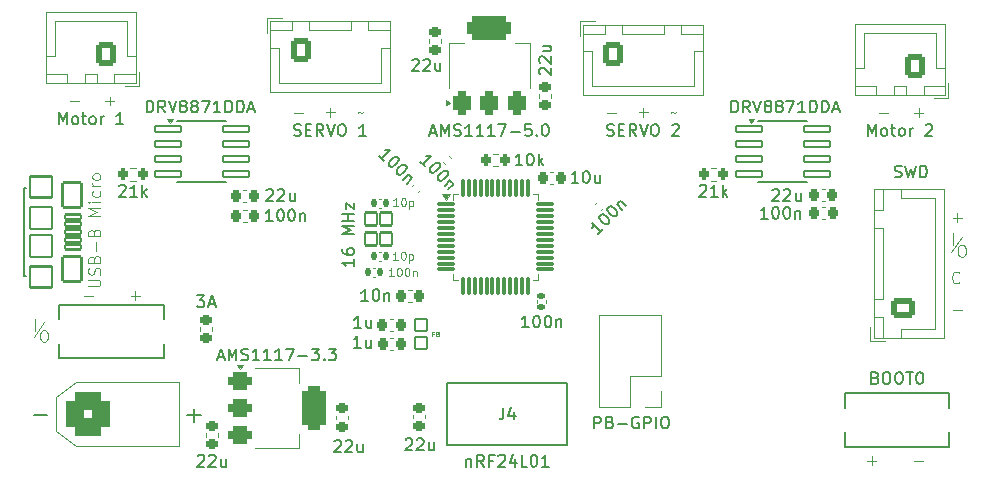
<source format=gto>
G04 #@! TF.GenerationSoftware,KiCad,Pcbnew,9.0.2+dfsg-1*
G04 #@! TF.CreationDate,2025-08-18T20:52:40-04:00*
G04 #@! TF.ProjectId,Complex_Controller_V1,436f6d70-6c65-4785-9f43-6f6e74726f6c,rev?*
G04 #@! TF.SameCoordinates,Original*
G04 #@! TF.FileFunction,Legend,Top*
G04 #@! TF.FilePolarity,Positive*
%FSLAX46Y46*%
G04 Gerber Fmt 4.6, Leading zero omitted, Abs format (unit mm)*
G04 Created by KiCad (PCBNEW 9.0.2+dfsg-1) date 2025-08-18 20:52:40*
%MOMM*%
%LPD*%
G01*
G04 APERTURE LIST*
G04 Aperture macros list*
%AMRoundRect*
0 Rectangle with rounded corners*
0 $1 Rounding radius*
0 $2 $3 $4 $5 $6 $7 $8 $9 X,Y pos of 4 corners*
0 Add a 4 corners polygon primitive as box body*
4,1,4,$2,$3,$4,$5,$6,$7,$8,$9,$2,$3,0*
0 Add four circle primitives for the rounded corners*
1,1,$1+$1,$2,$3*
1,1,$1+$1,$4,$5*
1,1,$1+$1,$6,$7*
1,1,$1+$1,$8,$9*
0 Add four rect primitives between the rounded corners*
20,1,$1+$1,$2,$3,$4,$5,0*
20,1,$1+$1,$4,$5,$6,$7,0*
20,1,$1+$1,$6,$7,$8,$9,0*
20,1,$1+$1,$8,$9,$2,$3,0*%
G04 Aperture macros list end*
%ADD10C,0.100000*%
%ADD11C,0.125000*%
%ADD12C,0.150000*%
%ADD13C,0.087500*%
%ADD14C,0.049213*%
%ADD15C,0.120000*%
%ADD16C,0.127000*%
%ADD17C,0.152400*%
%ADD18O,1.700000X1.950000*%
%ADD19RoundRect,0.250000X-0.600000X-0.725000X0.600000X-0.725000X0.600000X0.725000X-0.600000X0.725000X0*%
%ADD20O,1.950000X1.700000*%
%ADD21RoundRect,0.250000X0.725000X-0.600000X0.725000X0.600000X-0.725000X0.600000X-0.725000X-0.600000X0*%
%ADD22RoundRect,0.140000X-0.170000X0.140000X-0.170000X-0.140000X0.170000X-0.140000X0.170000X0.140000X0*%
%ADD23RoundRect,0.075000X-0.075000X-0.662500X0.075000X-0.662500X0.075000X0.662500X-0.075000X0.662500X0*%
%ADD24RoundRect,0.075000X-0.662500X-0.075000X0.662500X-0.075000X0.662500X0.075000X-0.662500X0.075000X0*%
%ADD25RoundRect,0.102000X-0.675000X0.200000X-0.675000X-0.200000X0.675000X-0.200000X0.675000X0.200000X0*%
%ADD26RoundRect,0.102000X-0.800000X1.050000X-0.800000X-1.050000X0.800000X-1.050000X0.800000X1.050000X0*%
%ADD27RoundRect,0.102000X-0.950000X0.950000X-0.950000X-0.950000X0.950000X-0.950000X0.950000X0.950000X0*%
%ADD28RoundRect,0.102000X-0.950000X0.900000X-0.950000X-0.900000X0.950000X-0.900000X0.950000X0.900000X0*%
%ADD29RoundRect,0.225000X0.250000X-0.225000X0.250000X0.225000X-0.250000X0.225000X-0.250000X-0.225000X0*%
%ADD30R,1.700000X1.700000*%
%ADD31C,1.700000*%
%ADD32RoundRect,0.225000X-0.225000X-0.250000X0.225000X-0.250000X0.225000X0.250000X-0.225000X0.250000X0*%
%ADD33RoundRect,0.200000X-0.200000X-0.275000X0.200000X-0.275000X0.200000X0.275000X-0.200000X0.275000X0*%
%ADD34C,3.000000*%
%ADD35RoundRect,0.760000X-1.140000X-1.140000X1.140000X-1.140000X1.140000X1.140000X-1.140000X1.140000X0*%
%ADD36C,4.000000*%
%ADD37RoundRect,0.375000X-0.625000X-0.375000X0.625000X-0.375000X0.625000X0.375000X-0.625000X0.375000X0*%
%ADD38RoundRect,0.500000X-0.500000X-1.400000X0.500000X-1.400000X0.500000X1.400000X-0.500000X1.400000X0*%
%ADD39RoundRect,0.225000X0.225000X0.250000X-0.225000X0.250000X-0.225000X-0.250000X0.225000X-0.250000X0*%
%ADD40RoundRect,0.375000X0.375000X-0.625000X0.375000X0.625000X-0.375000X0.625000X-0.375000X-0.625000X0*%
%ADD41RoundRect,0.500000X1.400000X-0.500000X1.400000X0.500000X-1.400000X0.500000X-1.400000X-0.500000X0*%
%ADD42RoundRect,0.140000X0.021213X-0.219203X0.219203X-0.021213X-0.021213X0.219203X-0.219203X0.021213X0*%
%ADD43RoundRect,0.140000X-0.140000X-0.170000X0.140000X-0.170000X0.140000X0.170000X-0.140000X0.170000X0*%
%ADD44RoundRect,0.225000X-0.250000X0.225000X-0.250000X-0.225000X0.250000X-0.225000X0.250000X0.225000X0*%
%ADD45RoundRect,0.140000X0.140000X0.170000X-0.140000X0.170000X-0.140000X-0.170000X0.140000X-0.170000X0*%
%ADD46RoundRect,0.218750X0.256250X-0.218750X0.256250X0.218750X-0.256250X0.218750X-0.256250X-0.218750X0*%
%ADD47RoundRect,0.102000X0.500000X0.550000X-0.500000X0.550000X-0.500000X-0.550000X0.500000X-0.550000X0*%
%ADD48RoundRect,0.140000X0.219203X0.021213X0.021213X0.219203X-0.219203X-0.021213X-0.021213X-0.219203X0*%
%ADD49C,1.320800*%
%ADD50RoundRect,0.102000X0.485000X-0.500000X0.485000X0.500000X-0.485000X0.500000X-0.485000X-0.500000X0*%
%ADD51RoundRect,0.200000X0.200000X0.275000X-0.200000X0.275000X-0.200000X-0.275000X0.200000X-0.275000X0*%
%ADD52R,2.400000X3.100000*%
%ADD53RoundRect,0.070000X-1.100000X-0.250000X1.100000X-0.250000X1.100000X0.250000X-1.100000X0.250000X0*%
%ADD54C,0.770000*%
%ADD55R,1.295400X1.295400*%
%ADD56C,1.295400*%
%ADD57C,1.498600*%
%ADD58RoundRect,0.250000X0.600000X0.750000X-0.600000X0.750000X-0.600000X-0.750000X0.600000X-0.750000X0*%
%ADD59O,1.700000X2.000000*%
G04 APERTURE END LIST*
D10*
X113496037Y-108991466D02*
X114257942Y-108991466D01*
X117468643Y-108991466D02*
X118230548Y-108991466D01*
X117849595Y-109372419D02*
X117849595Y-108610514D01*
D11*
X109320331Y-111928408D02*
X109320331Y-110928408D01*
X110081843Y-111201542D02*
X109224701Y-112487256D01*
X110016643Y-111900870D02*
X110207119Y-111900870D01*
X110207119Y-111900870D02*
X110302357Y-111948489D01*
X110302357Y-111948489D02*
X110397595Y-112043727D01*
X110397595Y-112043727D02*
X110445214Y-112234203D01*
X110445214Y-112234203D02*
X110445214Y-112567536D01*
X110445214Y-112567536D02*
X110397595Y-112758012D01*
X110397595Y-112758012D02*
X110302357Y-112853251D01*
X110302357Y-112853251D02*
X110207119Y-112900870D01*
X110207119Y-112900870D02*
X110016643Y-112900870D01*
X110016643Y-112900870D02*
X109921405Y-112853251D01*
X109921405Y-112853251D02*
X109826167Y-112758012D01*
X109826167Y-112758012D02*
X109778548Y-112567536D01*
X109778548Y-112567536D02*
X109778548Y-112234203D01*
X109778548Y-112234203D02*
X109826167Y-112043727D01*
X109826167Y-112043727D02*
X109921405Y-111948489D01*
X109921405Y-111948489D02*
X110016643Y-111900870D01*
D10*
X113872419Y-108196115D02*
X114681942Y-108196115D01*
X114681942Y-108196115D02*
X114777180Y-108148496D01*
X114777180Y-108148496D02*
X114824800Y-108100877D01*
X114824800Y-108100877D02*
X114872419Y-108005639D01*
X114872419Y-108005639D02*
X114872419Y-107815163D01*
X114872419Y-107815163D02*
X114824800Y-107719925D01*
X114824800Y-107719925D02*
X114777180Y-107672306D01*
X114777180Y-107672306D02*
X114681942Y-107624687D01*
X114681942Y-107624687D02*
X113872419Y-107624687D01*
X114824800Y-107196115D02*
X114872419Y-107053258D01*
X114872419Y-107053258D02*
X114872419Y-106815163D01*
X114872419Y-106815163D02*
X114824800Y-106719925D01*
X114824800Y-106719925D02*
X114777180Y-106672306D01*
X114777180Y-106672306D02*
X114681942Y-106624687D01*
X114681942Y-106624687D02*
X114586704Y-106624687D01*
X114586704Y-106624687D02*
X114491466Y-106672306D01*
X114491466Y-106672306D02*
X114443847Y-106719925D01*
X114443847Y-106719925D02*
X114396228Y-106815163D01*
X114396228Y-106815163D02*
X114348609Y-107005639D01*
X114348609Y-107005639D02*
X114300990Y-107100877D01*
X114300990Y-107100877D02*
X114253371Y-107148496D01*
X114253371Y-107148496D02*
X114158133Y-107196115D01*
X114158133Y-107196115D02*
X114062895Y-107196115D01*
X114062895Y-107196115D02*
X113967657Y-107148496D01*
X113967657Y-107148496D02*
X113920038Y-107100877D01*
X113920038Y-107100877D02*
X113872419Y-107005639D01*
X113872419Y-107005639D02*
X113872419Y-106767544D01*
X113872419Y-106767544D02*
X113920038Y-106624687D01*
X114348609Y-105862782D02*
X114396228Y-105719925D01*
X114396228Y-105719925D02*
X114443847Y-105672306D01*
X114443847Y-105672306D02*
X114539085Y-105624687D01*
X114539085Y-105624687D02*
X114681942Y-105624687D01*
X114681942Y-105624687D02*
X114777180Y-105672306D01*
X114777180Y-105672306D02*
X114824800Y-105719925D01*
X114824800Y-105719925D02*
X114872419Y-105815163D01*
X114872419Y-105815163D02*
X114872419Y-106196115D01*
X114872419Y-106196115D02*
X113872419Y-106196115D01*
X113872419Y-106196115D02*
X113872419Y-105862782D01*
X113872419Y-105862782D02*
X113920038Y-105767544D01*
X113920038Y-105767544D02*
X113967657Y-105719925D01*
X113967657Y-105719925D02*
X114062895Y-105672306D01*
X114062895Y-105672306D02*
X114158133Y-105672306D01*
X114158133Y-105672306D02*
X114253371Y-105719925D01*
X114253371Y-105719925D02*
X114300990Y-105767544D01*
X114300990Y-105767544D02*
X114348609Y-105862782D01*
X114348609Y-105862782D02*
X114348609Y-106196115D01*
X114491466Y-105196115D02*
X114491466Y-104434211D01*
X114348609Y-103624687D02*
X114396228Y-103481830D01*
X114396228Y-103481830D02*
X114443847Y-103434211D01*
X114443847Y-103434211D02*
X114539085Y-103386592D01*
X114539085Y-103386592D02*
X114681942Y-103386592D01*
X114681942Y-103386592D02*
X114777180Y-103434211D01*
X114777180Y-103434211D02*
X114824800Y-103481830D01*
X114824800Y-103481830D02*
X114872419Y-103577068D01*
X114872419Y-103577068D02*
X114872419Y-103958020D01*
X114872419Y-103958020D02*
X113872419Y-103958020D01*
X113872419Y-103958020D02*
X113872419Y-103624687D01*
X113872419Y-103624687D02*
X113920038Y-103529449D01*
X113920038Y-103529449D02*
X113967657Y-103481830D01*
X113967657Y-103481830D02*
X114062895Y-103434211D01*
X114062895Y-103434211D02*
X114158133Y-103434211D01*
X114158133Y-103434211D02*
X114253371Y-103481830D01*
X114253371Y-103481830D02*
X114300990Y-103529449D01*
X114300990Y-103529449D02*
X114348609Y-103624687D01*
X114348609Y-103624687D02*
X114348609Y-103958020D01*
X114872419Y-102196115D02*
X113872419Y-102196115D01*
X113872419Y-102196115D02*
X114586704Y-101862782D01*
X114586704Y-101862782D02*
X113872419Y-101529449D01*
X113872419Y-101529449D02*
X114872419Y-101529449D01*
X114872419Y-101053258D02*
X114205752Y-101053258D01*
X113872419Y-101053258D02*
X113920038Y-101100877D01*
X113920038Y-101100877D02*
X113967657Y-101053258D01*
X113967657Y-101053258D02*
X113920038Y-101005639D01*
X113920038Y-101005639D02*
X113872419Y-101053258D01*
X113872419Y-101053258D02*
X113967657Y-101053258D01*
X114824800Y-100148497D02*
X114872419Y-100243735D01*
X114872419Y-100243735D02*
X114872419Y-100434211D01*
X114872419Y-100434211D02*
X114824800Y-100529449D01*
X114824800Y-100529449D02*
X114777180Y-100577068D01*
X114777180Y-100577068D02*
X114681942Y-100624687D01*
X114681942Y-100624687D02*
X114396228Y-100624687D01*
X114396228Y-100624687D02*
X114300990Y-100577068D01*
X114300990Y-100577068D02*
X114253371Y-100529449D01*
X114253371Y-100529449D02*
X114205752Y-100434211D01*
X114205752Y-100434211D02*
X114205752Y-100243735D01*
X114205752Y-100243735D02*
X114253371Y-100148497D01*
X114872419Y-99719925D02*
X114205752Y-99719925D01*
X114396228Y-99719925D02*
X114300990Y-99672306D01*
X114300990Y-99672306D02*
X114253371Y-99624687D01*
X114253371Y-99624687D02*
X114205752Y-99529449D01*
X114205752Y-99529449D02*
X114205752Y-99434211D01*
X114872419Y-98958020D02*
X114824800Y-99053258D01*
X114824800Y-99053258D02*
X114777180Y-99100877D01*
X114777180Y-99100877D02*
X114681942Y-99148496D01*
X114681942Y-99148496D02*
X114396228Y-99148496D01*
X114396228Y-99148496D02*
X114300990Y-99100877D01*
X114300990Y-99100877D02*
X114253371Y-99053258D01*
X114253371Y-99053258D02*
X114205752Y-98958020D01*
X114205752Y-98958020D02*
X114205752Y-98815163D01*
X114205752Y-98815163D02*
X114253371Y-98719925D01*
X114253371Y-98719925D02*
X114300990Y-98672306D01*
X114300990Y-98672306D02*
X114396228Y-98624687D01*
X114396228Y-98624687D02*
X114681942Y-98624687D01*
X114681942Y-98624687D02*
X114777180Y-98672306D01*
X114777180Y-98672306D02*
X114824800Y-98719925D01*
X114824800Y-98719925D02*
X114872419Y-98815163D01*
X114872419Y-98815163D02*
X114872419Y-98958020D01*
X163161027Y-93491466D02*
X163208646Y-93443847D01*
X163208646Y-93443847D02*
X163303884Y-93396228D01*
X163303884Y-93396228D02*
X163494360Y-93491466D01*
X163494360Y-93491466D02*
X163589598Y-93443847D01*
X163589598Y-93443847D02*
X163637217Y-93396228D01*
X157801022Y-93491466D02*
X158562927Y-93491466D01*
X160466188Y-93457941D02*
X161228093Y-93457941D01*
X160847140Y-93838894D02*
X160847140Y-93076989D01*
X136661027Y-93491466D02*
X136708646Y-93443847D01*
X136708646Y-93443847D02*
X136803884Y-93396228D01*
X136803884Y-93396228D02*
X136994360Y-93491466D01*
X136994360Y-93491466D02*
X137089598Y-93443847D01*
X137089598Y-93443847D02*
X137137217Y-93396228D01*
X133966188Y-93457941D02*
X134728093Y-93457941D01*
X134347140Y-93838894D02*
X134347140Y-93076989D01*
X131301022Y-93491466D02*
X132062927Y-93491466D01*
X115303884Y-92491466D02*
X116065789Y-92491466D01*
X115684836Y-92872419D02*
X115684836Y-92110514D01*
X112303884Y-92491466D02*
X113065789Y-92491466D01*
X180803884Y-93491466D02*
X181565789Y-93491466D01*
X183803884Y-93491466D02*
X184565789Y-93491466D01*
X184184836Y-93872419D02*
X184184836Y-93110514D01*
X187600312Y-107842707D02*
X187552693Y-107890327D01*
X187552693Y-107890327D02*
X187409836Y-107937946D01*
X187409836Y-107937946D02*
X187314598Y-107937946D01*
X187314598Y-107937946D02*
X187171741Y-107890327D01*
X187171741Y-107890327D02*
X187076503Y-107795088D01*
X187076503Y-107795088D02*
X187028884Y-107699850D01*
X187028884Y-107699850D02*
X186981265Y-107509374D01*
X186981265Y-107509374D02*
X186981265Y-107366517D01*
X186981265Y-107366517D02*
X187028884Y-107176041D01*
X187028884Y-107176041D02*
X187076503Y-107080803D01*
X187076503Y-107080803D02*
X187171741Y-106985565D01*
X187171741Y-106985565D02*
X187314598Y-106937946D01*
X187314598Y-106937946D02*
X187409836Y-106937946D01*
X187409836Y-106937946D02*
X187552693Y-106985565D01*
X187552693Y-106985565D02*
X187600312Y-107033184D01*
X187725196Y-104676003D02*
X187915672Y-104676003D01*
X187915672Y-104676003D02*
X188010910Y-104723622D01*
X188010910Y-104723622D02*
X188106148Y-104818860D01*
X188106148Y-104818860D02*
X188153767Y-105009336D01*
X188153767Y-105009336D02*
X188153767Y-105342669D01*
X188153767Y-105342669D02*
X188106148Y-105533145D01*
X188106148Y-105533145D02*
X188010910Y-105628384D01*
X188010910Y-105628384D02*
X187915672Y-105676003D01*
X187915672Y-105676003D02*
X187725196Y-105676003D01*
X187725196Y-105676003D02*
X187629958Y-105628384D01*
X187629958Y-105628384D02*
X187534720Y-105533145D01*
X187534720Y-105533145D02*
X187487101Y-105342669D01*
X187487101Y-105342669D02*
X187487101Y-105009336D01*
X187487101Y-105009336D02*
X187534720Y-104818860D01*
X187534720Y-104818860D02*
X187629958Y-104723622D01*
X187629958Y-104723622D02*
X187725196Y-104676003D01*
X187790396Y-103976675D02*
X186933254Y-105262389D01*
X187028884Y-104703541D02*
X187028884Y-103703541D01*
X187028884Y-110187965D02*
X187790789Y-110187965D01*
X187028884Y-102362677D02*
X187790789Y-102362677D01*
X187409836Y-102743630D02*
X187409836Y-101981725D01*
X183803884Y-122991466D02*
X184565789Y-122991466D01*
X179814516Y-122967340D02*
X180576421Y-122967340D01*
X180195468Y-123348293D02*
X180195468Y-122586388D01*
D12*
X131277381Y-95407200D02*
X131420238Y-95454819D01*
X131420238Y-95454819D02*
X131658333Y-95454819D01*
X131658333Y-95454819D02*
X131753571Y-95407200D01*
X131753571Y-95407200D02*
X131801190Y-95359580D01*
X131801190Y-95359580D02*
X131848809Y-95264342D01*
X131848809Y-95264342D02*
X131848809Y-95169104D01*
X131848809Y-95169104D02*
X131801190Y-95073866D01*
X131801190Y-95073866D02*
X131753571Y-95026247D01*
X131753571Y-95026247D02*
X131658333Y-94978628D01*
X131658333Y-94978628D02*
X131467857Y-94931009D01*
X131467857Y-94931009D02*
X131372619Y-94883390D01*
X131372619Y-94883390D02*
X131325000Y-94835771D01*
X131325000Y-94835771D02*
X131277381Y-94740533D01*
X131277381Y-94740533D02*
X131277381Y-94645295D01*
X131277381Y-94645295D02*
X131325000Y-94550057D01*
X131325000Y-94550057D02*
X131372619Y-94502438D01*
X131372619Y-94502438D02*
X131467857Y-94454819D01*
X131467857Y-94454819D02*
X131705952Y-94454819D01*
X131705952Y-94454819D02*
X131848809Y-94502438D01*
X132277381Y-94931009D02*
X132610714Y-94931009D01*
X132753571Y-95454819D02*
X132277381Y-95454819D01*
X132277381Y-95454819D02*
X132277381Y-94454819D01*
X132277381Y-94454819D02*
X132753571Y-94454819D01*
X133753571Y-95454819D02*
X133420238Y-94978628D01*
X133182143Y-95454819D02*
X133182143Y-94454819D01*
X133182143Y-94454819D02*
X133563095Y-94454819D01*
X133563095Y-94454819D02*
X133658333Y-94502438D01*
X133658333Y-94502438D02*
X133705952Y-94550057D01*
X133705952Y-94550057D02*
X133753571Y-94645295D01*
X133753571Y-94645295D02*
X133753571Y-94788152D01*
X133753571Y-94788152D02*
X133705952Y-94883390D01*
X133705952Y-94883390D02*
X133658333Y-94931009D01*
X133658333Y-94931009D02*
X133563095Y-94978628D01*
X133563095Y-94978628D02*
X133182143Y-94978628D01*
X134039286Y-94454819D02*
X134372619Y-95454819D01*
X134372619Y-95454819D02*
X134705952Y-94454819D01*
X135229762Y-94454819D02*
X135420238Y-94454819D01*
X135420238Y-94454819D02*
X135515476Y-94502438D01*
X135515476Y-94502438D02*
X135610714Y-94597676D01*
X135610714Y-94597676D02*
X135658333Y-94788152D01*
X135658333Y-94788152D02*
X135658333Y-95121485D01*
X135658333Y-95121485D02*
X135610714Y-95311961D01*
X135610714Y-95311961D02*
X135515476Y-95407200D01*
X135515476Y-95407200D02*
X135420238Y-95454819D01*
X135420238Y-95454819D02*
X135229762Y-95454819D01*
X135229762Y-95454819D02*
X135134524Y-95407200D01*
X135134524Y-95407200D02*
X135039286Y-95311961D01*
X135039286Y-95311961D02*
X134991667Y-95121485D01*
X134991667Y-95121485D02*
X134991667Y-94788152D01*
X134991667Y-94788152D02*
X135039286Y-94597676D01*
X135039286Y-94597676D02*
X135134524Y-94502438D01*
X135134524Y-94502438D02*
X135229762Y-94454819D01*
X137372619Y-95454819D02*
X136801191Y-95454819D01*
X137086905Y-95454819D02*
X137086905Y-94454819D01*
X137086905Y-94454819D02*
X136991667Y-94597676D01*
X136991667Y-94597676D02*
X136896429Y-94692914D01*
X136896429Y-94692914D02*
X136801191Y-94740533D01*
X182142857Y-98907200D02*
X182285714Y-98954819D01*
X182285714Y-98954819D02*
X182523809Y-98954819D01*
X182523809Y-98954819D02*
X182619047Y-98907200D01*
X182619047Y-98907200D02*
X182666666Y-98859580D01*
X182666666Y-98859580D02*
X182714285Y-98764342D01*
X182714285Y-98764342D02*
X182714285Y-98669104D01*
X182714285Y-98669104D02*
X182666666Y-98573866D01*
X182666666Y-98573866D02*
X182619047Y-98526247D01*
X182619047Y-98526247D02*
X182523809Y-98478628D01*
X182523809Y-98478628D02*
X182333333Y-98431009D01*
X182333333Y-98431009D02*
X182238095Y-98383390D01*
X182238095Y-98383390D02*
X182190476Y-98335771D01*
X182190476Y-98335771D02*
X182142857Y-98240533D01*
X182142857Y-98240533D02*
X182142857Y-98145295D01*
X182142857Y-98145295D02*
X182190476Y-98050057D01*
X182190476Y-98050057D02*
X182238095Y-98002438D01*
X182238095Y-98002438D02*
X182333333Y-97954819D01*
X182333333Y-97954819D02*
X182571428Y-97954819D01*
X182571428Y-97954819D02*
X182714285Y-98002438D01*
X183047619Y-97954819D02*
X183285714Y-98954819D01*
X183285714Y-98954819D02*
X183476190Y-98240533D01*
X183476190Y-98240533D02*
X183666666Y-98954819D01*
X183666666Y-98954819D02*
X183904762Y-97954819D01*
X184285714Y-98954819D02*
X184285714Y-97954819D01*
X184285714Y-97954819D02*
X184523809Y-97954819D01*
X184523809Y-97954819D02*
X184666666Y-98002438D01*
X184666666Y-98002438D02*
X184761904Y-98097676D01*
X184761904Y-98097676D02*
X184809523Y-98192914D01*
X184809523Y-98192914D02*
X184857142Y-98383390D01*
X184857142Y-98383390D02*
X184857142Y-98526247D01*
X184857142Y-98526247D02*
X184809523Y-98716723D01*
X184809523Y-98716723D02*
X184761904Y-98811961D01*
X184761904Y-98811961D02*
X184666666Y-98907200D01*
X184666666Y-98907200D02*
X184523809Y-98954819D01*
X184523809Y-98954819D02*
X184285714Y-98954819D01*
X151150507Y-111655891D02*
X150579079Y-111655891D01*
X150864793Y-111655891D02*
X150864793Y-110655891D01*
X150864793Y-110655891D02*
X150769555Y-110798748D01*
X150769555Y-110798748D02*
X150674317Y-110893986D01*
X150674317Y-110893986D02*
X150579079Y-110941605D01*
X151769555Y-110655891D02*
X151864793Y-110655891D01*
X151864793Y-110655891D02*
X151960031Y-110703510D01*
X151960031Y-110703510D02*
X152007650Y-110751129D01*
X152007650Y-110751129D02*
X152055269Y-110846367D01*
X152055269Y-110846367D02*
X152102888Y-111036843D01*
X152102888Y-111036843D02*
X152102888Y-111274938D01*
X152102888Y-111274938D02*
X152055269Y-111465414D01*
X152055269Y-111465414D02*
X152007650Y-111560652D01*
X152007650Y-111560652D02*
X151960031Y-111608272D01*
X151960031Y-111608272D02*
X151864793Y-111655891D01*
X151864793Y-111655891D02*
X151769555Y-111655891D01*
X151769555Y-111655891D02*
X151674317Y-111608272D01*
X151674317Y-111608272D02*
X151626698Y-111560652D01*
X151626698Y-111560652D02*
X151579079Y-111465414D01*
X151579079Y-111465414D02*
X151531460Y-111274938D01*
X151531460Y-111274938D02*
X151531460Y-111036843D01*
X151531460Y-111036843D02*
X151579079Y-110846367D01*
X151579079Y-110846367D02*
X151626698Y-110751129D01*
X151626698Y-110751129D02*
X151674317Y-110703510D01*
X151674317Y-110703510D02*
X151769555Y-110655891D01*
X152721936Y-110655891D02*
X152817174Y-110655891D01*
X152817174Y-110655891D02*
X152912412Y-110703510D01*
X152912412Y-110703510D02*
X152960031Y-110751129D01*
X152960031Y-110751129D02*
X153007650Y-110846367D01*
X153007650Y-110846367D02*
X153055269Y-111036843D01*
X153055269Y-111036843D02*
X153055269Y-111274938D01*
X153055269Y-111274938D02*
X153007650Y-111465414D01*
X153007650Y-111465414D02*
X152960031Y-111560652D01*
X152960031Y-111560652D02*
X152912412Y-111608272D01*
X152912412Y-111608272D02*
X152817174Y-111655891D01*
X152817174Y-111655891D02*
X152721936Y-111655891D01*
X152721936Y-111655891D02*
X152626698Y-111608272D01*
X152626698Y-111608272D02*
X152579079Y-111560652D01*
X152579079Y-111560652D02*
X152531460Y-111465414D01*
X152531460Y-111465414D02*
X152483841Y-111274938D01*
X152483841Y-111274938D02*
X152483841Y-111036843D01*
X152483841Y-111036843D02*
X152531460Y-110846367D01*
X152531460Y-110846367D02*
X152579079Y-110751129D01*
X152579079Y-110751129D02*
X152626698Y-110703510D01*
X152626698Y-110703510D02*
X152721936Y-110655891D01*
X153483841Y-110989224D02*
X153483841Y-111655891D01*
X153483841Y-111084462D02*
X153531460Y-111036843D01*
X153531460Y-111036843D02*
X153626698Y-110989224D01*
X153626698Y-110989224D02*
X153769555Y-110989224D01*
X153769555Y-110989224D02*
X153864793Y-111036843D01*
X153864793Y-111036843D02*
X153912412Y-111132081D01*
X153912412Y-111132081D02*
X153912412Y-111655891D01*
X140724954Y-121156685D02*
X140772573Y-121109066D01*
X140772573Y-121109066D02*
X140867811Y-121061447D01*
X140867811Y-121061447D02*
X141105906Y-121061447D01*
X141105906Y-121061447D02*
X141201144Y-121109066D01*
X141201144Y-121109066D02*
X141248763Y-121156685D01*
X141248763Y-121156685D02*
X141296382Y-121251923D01*
X141296382Y-121251923D02*
X141296382Y-121347161D01*
X141296382Y-121347161D02*
X141248763Y-121490018D01*
X141248763Y-121490018D02*
X140677335Y-122061447D01*
X140677335Y-122061447D02*
X141296382Y-122061447D01*
X141677335Y-121156685D02*
X141724954Y-121109066D01*
X141724954Y-121109066D02*
X141820192Y-121061447D01*
X141820192Y-121061447D02*
X142058287Y-121061447D01*
X142058287Y-121061447D02*
X142153525Y-121109066D01*
X142153525Y-121109066D02*
X142201144Y-121156685D01*
X142201144Y-121156685D02*
X142248763Y-121251923D01*
X142248763Y-121251923D02*
X142248763Y-121347161D01*
X142248763Y-121347161D02*
X142201144Y-121490018D01*
X142201144Y-121490018D02*
X141629716Y-122061447D01*
X141629716Y-122061447D02*
X142248763Y-122061447D01*
X143105906Y-121394780D02*
X143105906Y-122061447D01*
X142677335Y-121394780D02*
X142677335Y-121918589D01*
X142677335Y-121918589D02*
X142724954Y-122013828D01*
X142724954Y-122013828D02*
X142820192Y-122061447D01*
X142820192Y-122061447D02*
X142963049Y-122061447D01*
X142963049Y-122061447D02*
X143058287Y-122013828D01*
X143058287Y-122013828D02*
X143105906Y-121966208D01*
X156689281Y-120210196D02*
X156689281Y-119210196D01*
X156689281Y-119210196D02*
X157070233Y-119210196D01*
X157070233Y-119210196D02*
X157165471Y-119257815D01*
X157165471Y-119257815D02*
X157213090Y-119305434D01*
X157213090Y-119305434D02*
X157260709Y-119400672D01*
X157260709Y-119400672D02*
X157260709Y-119543529D01*
X157260709Y-119543529D02*
X157213090Y-119638767D01*
X157213090Y-119638767D02*
X157165471Y-119686386D01*
X157165471Y-119686386D02*
X157070233Y-119734005D01*
X157070233Y-119734005D02*
X156689281Y-119734005D01*
X158022614Y-119686386D02*
X158165471Y-119734005D01*
X158165471Y-119734005D02*
X158213090Y-119781624D01*
X158213090Y-119781624D02*
X158260709Y-119876862D01*
X158260709Y-119876862D02*
X158260709Y-120019719D01*
X158260709Y-120019719D02*
X158213090Y-120114957D01*
X158213090Y-120114957D02*
X158165471Y-120162577D01*
X158165471Y-120162577D02*
X158070233Y-120210196D01*
X158070233Y-120210196D02*
X157689281Y-120210196D01*
X157689281Y-120210196D02*
X157689281Y-119210196D01*
X157689281Y-119210196D02*
X158022614Y-119210196D01*
X158022614Y-119210196D02*
X158117852Y-119257815D01*
X158117852Y-119257815D02*
X158165471Y-119305434D01*
X158165471Y-119305434D02*
X158213090Y-119400672D01*
X158213090Y-119400672D02*
X158213090Y-119495910D01*
X158213090Y-119495910D02*
X158165471Y-119591148D01*
X158165471Y-119591148D02*
X158117852Y-119638767D01*
X158117852Y-119638767D02*
X158022614Y-119686386D01*
X158022614Y-119686386D02*
X157689281Y-119686386D01*
X158689281Y-119829243D02*
X159451186Y-119829243D01*
X160451185Y-119257815D02*
X160355947Y-119210196D01*
X160355947Y-119210196D02*
X160213090Y-119210196D01*
X160213090Y-119210196D02*
X160070233Y-119257815D01*
X160070233Y-119257815D02*
X159974995Y-119353053D01*
X159974995Y-119353053D02*
X159927376Y-119448291D01*
X159927376Y-119448291D02*
X159879757Y-119638767D01*
X159879757Y-119638767D02*
X159879757Y-119781624D01*
X159879757Y-119781624D02*
X159927376Y-119972100D01*
X159927376Y-119972100D02*
X159974995Y-120067338D01*
X159974995Y-120067338D02*
X160070233Y-120162577D01*
X160070233Y-120162577D02*
X160213090Y-120210196D01*
X160213090Y-120210196D02*
X160308328Y-120210196D01*
X160308328Y-120210196D02*
X160451185Y-120162577D01*
X160451185Y-120162577D02*
X160498804Y-120114957D01*
X160498804Y-120114957D02*
X160498804Y-119781624D01*
X160498804Y-119781624D02*
X160308328Y-119781624D01*
X160927376Y-120210196D02*
X160927376Y-119210196D01*
X160927376Y-119210196D02*
X161308328Y-119210196D01*
X161308328Y-119210196D02*
X161403566Y-119257815D01*
X161403566Y-119257815D02*
X161451185Y-119305434D01*
X161451185Y-119305434D02*
X161498804Y-119400672D01*
X161498804Y-119400672D02*
X161498804Y-119543529D01*
X161498804Y-119543529D02*
X161451185Y-119638767D01*
X161451185Y-119638767D02*
X161403566Y-119686386D01*
X161403566Y-119686386D02*
X161308328Y-119734005D01*
X161308328Y-119734005D02*
X160927376Y-119734005D01*
X161927376Y-120210196D02*
X161927376Y-119210196D01*
X162594042Y-119210196D02*
X162784518Y-119210196D01*
X162784518Y-119210196D02*
X162879756Y-119257815D01*
X162879756Y-119257815D02*
X162974994Y-119353053D01*
X162974994Y-119353053D02*
X163022613Y-119543529D01*
X163022613Y-119543529D02*
X163022613Y-119876862D01*
X163022613Y-119876862D02*
X162974994Y-120067338D01*
X162974994Y-120067338D02*
X162879756Y-120162577D01*
X162879756Y-120162577D02*
X162784518Y-120210196D01*
X162784518Y-120210196D02*
X162594042Y-120210196D01*
X162594042Y-120210196D02*
X162498804Y-120162577D01*
X162498804Y-120162577D02*
X162403566Y-120067338D01*
X162403566Y-120067338D02*
X162355947Y-119876862D01*
X162355947Y-119876862D02*
X162355947Y-119543529D01*
X162355947Y-119543529D02*
X162403566Y-119353053D01*
X162403566Y-119353053D02*
X162498804Y-119257815D01*
X162498804Y-119257815D02*
X162594042Y-119210196D01*
X155346066Y-99419757D02*
X154774638Y-99419757D01*
X155060352Y-99419757D02*
X155060352Y-98419757D01*
X155060352Y-98419757D02*
X154965114Y-98562614D01*
X154965114Y-98562614D02*
X154869876Y-98657852D01*
X154869876Y-98657852D02*
X154774638Y-98705471D01*
X155965114Y-98419757D02*
X156060352Y-98419757D01*
X156060352Y-98419757D02*
X156155590Y-98467376D01*
X156155590Y-98467376D02*
X156203209Y-98514995D01*
X156203209Y-98514995D02*
X156250828Y-98610233D01*
X156250828Y-98610233D02*
X156298447Y-98800709D01*
X156298447Y-98800709D02*
X156298447Y-99038804D01*
X156298447Y-99038804D02*
X156250828Y-99229280D01*
X156250828Y-99229280D02*
X156203209Y-99324518D01*
X156203209Y-99324518D02*
X156155590Y-99372138D01*
X156155590Y-99372138D02*
X156060352Y-99419757D01*
X156060352Y-99419757D02*
X155965114Y-99419757D01*
X155965114Y-99419757D02*
X155869876Y-99372138D01*
X155869876Y-99372138D02*
X155822257Y-99324518D01*
X155822257Y-99324518D02*
X155774638Y-99229280D01*
X155774638Y-99229280D02*
X155727019Y-99038804D01*
X155727019Y-99038804D02*
X155727019Y-98800709D01*
X155727019Y-98800709D02*
X155774638Y-98610233D01*
X155774638Y-98610233D02*
X155822257Y-98514995D01*
X155822257Y-98514995D02*
X155869876Y-98467376D01*
X155869876Y-98467376D02*
X155965114Y-98419757D01*
X157155590Y-98753090D02*
X157155590Y-99419757D01*
X156727019Y-98753090D02*
X156727019Y-99276899D01*
X156727019Y-99276899D02*
X156774638Y-99372138D01*
X156774638Y-99372138D02*
X156869876Y-99419757D01*
X156869876Y-99419757D02*
X157012733Y-99419757D01*
X157012733Y-99419757D02*
X157107971Y-99372138D01*
X157107971Y-99372138D02*
X157155590Y-99324518D01*
X116476518Y-99683951D02*
X116524137Y-99636332D01*
X116524137Y-99636332D02*
X116619375Y-99588713D01*
X116619375Y-99588713D02*
X116857470Y-99588713D01*
X116857470Y-99588713D02*
X116952708Y-99636332D01*
X116952708Y-99636332D02*
X117000327Y-99683951D01*
X117000327Y-99683951D02*
X117047946Y-99779189D01*
X117047946Y-99779189D02*
X117047946Y-99874427D01*
X117047946Y-99874427D02*
X117000327Y-100017284D01*
X117000327Y-100017284D02*
X116428899Y-100588713D01*
X116428899Y-100588713D02*
X117047946Y-100588713D01*
X118000327Y-100588713D02*
X117428899Y-100588713D01*
X117714613Y-100588713D02*
X117714613Y-99588713D01*
X117714613Y-99588713D02*
X117619375Y-99731570D01*
X117619375Y-99731570D02*
X117524137Y-99826808D01*
X117524137Y-99826808D02*
X117428899Y-99874427D01*
X118428899Y-100588713D02*
X118428899Y-99588713D01*
X118524137Y-100207760D02*
X118809851Y-100588713D01*
X118809851Y-99922046D02*
X118428899Y-100302998D01*
X122253571Y-119114700D02*
X123396429Y-119114700D01*
X122825000Y-119686128D02*
X122825000Y-118543271D01*
X109253571Y-119114700D02*
X110396429Y-119114700D01*
X124825000Y-114169104D02*
X125301190Y-114169104D01*
X124729762Y-114454819D02*
X125063095Y-113454819D01*
X125063095Y-113454819D02*
X125396428Y-114454819D01*
X125729762Y-114454819D02*
X125729762Y-113454819D01*
X125729762Y-113454819D02*
X126063095Y-114169104D01*
X126063095Y-114169104D02*
X126396428Y-113454819D01*
X126396428Y-113454819D02*
X126396428Y-114454819D01*
X126825000Y-114407200D02*
X126967857Y-114454819D01*
X126967857Y-114454819D02*
X127205952Y-114454819D01*
X127205952Y-114454819D02*
X127301190Y-114407200D01*
X127301190Y-114407200D02*
X127348809Y-114359580D01*
X127348809Y-114359580D02*
X127396428Y-114264342D01*
X127396428Y-114264342D02*
X127396428Y-114169104D01*
X127396428Y-114169104D02*
X127348809Y-114073866D01*
X127348809Y-114073866D02*
X127301190Y-114026247D01*
X127301190Y-114026247D02*
X127205952Y-113978628D01*
X127205952Y-113978628D02*
X127015476Y-113931009D01*
X127015476Y-113931009D02*
X126920238Y-113883390D01*
X126920238Y-113883390D02*
X126872619Y-113835771D01*
X126872619Y-113835771D02*
X126825000Y-113740533D01*
X126825000Y-113740533D02*
X126825000Y-113645295D01*
X126825000Y-113645295D02*
X126872619Y-113550057D01*
X126872619Y-113550057D02*
X126920238Y-113502438D01*
X126920238Y-113502438D02*
X127015476Y-113454819D01*
X127015476Y-113454819D02*
X127253571Y-113454819D01*
X127253571Y-113454819D02*
X127396428Y-113502438D01*
X128348809Y-114454819D02*
X127777381Y-114454819D01*
X128063095Y-114454819D02*
X128063095Y-113454819D01*
X128063095Y-113454819D02*
X127967857Y-113597676D01*
X127967857Y-113597676D02*
X127872619Y-113692914D01*
X127872619Y-113692914D02*
X127777381Y-113740533D01*
X129301190Y-114454819D02*
X128729762Y-114454819D01*
X129015476Y-114454819D02*
X129015476Y-113454819D01*
X129015476Y-113454819D02*
X128920238Y-113597676D01*
X128920238Y-113597676D02*
X128825000Y-113692914D01*
X128825000Y-113692914D02*
X128729762Y-113740533D01*
X130253571Y-114454819D02*
X129682143Y-114454819D01*
X129967857Y-114454819D02*
X129967857Y-113454819D01*
X129967857Y-113454819D02*
X129872619Y-113597676D01*
X129872619Y-113597676D02*
X129777381Y-113692914D01*
X129777381Y-113692914D02*
X129682143Y-113740533D01*
X130586905Y-113454819D02*
X131253571Y-113454819D01*
X131253571Y-113454819D02*
X130825000Y-114454819D01*
X131634524Y-114073866D02*
X132396429Y-114073866D01*
X132777381Y-113454819D02*
X133396428Y-113454819D01*
X133396428Y-113454819D02*
X133063095Y-113835771D01*
X133063095Y-113835771D02*
X133205952Y-113835771D01*
X133205952Y-113835771D02*
X133301190Y-113883390D01*
X133301190Y-113883390D02*
X133348809Y-113931009D01*
X133348809Y-113931009D02*
X133396428Y-114026247D01*
X133396428Y-114026247D02*
X133396428Y-114264342D01*
X133396428Y-114264342D02*
X133348809Y-114359580D01*
X133348809Y-114359580D02*
X133301190Y-114407200D01*
X133301190Y-114407200D02*
X133205952Y-114454819D01*
X133205952Y-114454819D02*
X132920238Y-114454819D01*
X132920238Y-114454819D02*
X132825000Y-114407200D01*
X132825000Y-114407200D02*
X132777381Y-114359580D01*
X133825000Y-114359580D02*
X133872619Y-114407200D01*
X133872619Y-114407200D02*
X133825000Y-114454819D01*
X133825000Y-114454819D02*
X133777381Y-114407200D01*
X133777381Y-114407200D02*
X133825000Y-114359580D01*
X133825000Y-114359580D02*
X133825000Y-114454819D01*
X134205952Y-113454819D02*
X134824999Y-113454819D01*
X134824999Y-113454819D02*
X134491666Y-113835771D01*
X134491666Y-113835771D02*
X134634523Y-113835771D01*
X134634523Y-113835771D02*
X134729761Y-113883390D01*
X134729761Y-113883390D02*
X134777380Y-113931009D01*
X134777380Y-113931009D02*
X134824999Y-114026247D01*
X134824999Y-114026247D02*
X134824999Y-114264342D01*
X134824999Y-114264342D02*
X134777380Y-114359580D01*
X134777380Y-114359580D02*
X134729761Y-114407200D01*
X134729761Y-114407200D02*
X134634523Y-114454819D01*
X134634523Y-114454819D02*
X134348809Y-114454819D01*
X134348809Y-114454819D02*
X134253571Y-114407200D01*
X134253571Y-114407200D02*
X134205952Y-114359580D01*
X137548491Y-109420960D02*
X136977063Y-109420960D01*
X137262777Y-109420960D02*
X137262777Y-108420960D01*
X137262777Y-108420960D02*
X137167539Y-108563817D01*
X137167539Y-108563817D02*
X137072301Y-108659055D01*
X137072301Y-108659055D02*
X136977063Y-108706674D01*
X138167539Y-108420960D02*
X138262777Y-108420960D01*
X138262777Y-108420960D02*
X138358015Y-108468579D01*
X138358015Y-108468579D02*
X138405634Y-108516198D01*
X138405634Y-108516198D02*
X138453253Y-108611436D01*
X138453253Y-108611436D02*
X138500872Y-108801912D01*
X138500872Y-108801912D02*
X138500872Y-109040007D01*
X138500872Y-109040007D02*
X138453253Y-109230483D01*
X138453253Y-109230483D02*
X138405634Y-109325721D01*
X138405634Y-109325721D02*
X138358015Y-109373341D01*
X138358015Y-109373341D02*
X138262777Y-109420960D01*
X138262777Y-109420960D02*
X138167539Y-109420960D01*
X138167539Y-109420960D02*
X138072301Y-109373341D01*
X138072301Y-109373341D02*
X138024682Y-109325721D01*
X138024682Y-109325721D02*
X137977063Y-109230483D01*
X137977063Y-109230483D02*
X137929444Y-109040007D01*
X137929444Y-109040007D02*
X137929444Y-108801912D01*
X137929444Y-108801912D02*
X137977063Y-108611436D01*
X137977063Y-108611436D02*
X138024682Y-108516198D01*
X138024682Y-108516198D02*
X138072301Y-108468579D01*
X138072301Y-108468579D02*
X138167539Y-108420960D01*
X138929444Y-108754293D02*
X138929444Y-109420960D01*
X138929444Y-108849531D02*
X138977063Y-108801912D01*
X138977063Y-108801912D02*
X139072301Y-108754293D01*
X139072301Y-108754293D02*
X139215158Y-108754293D01*
X139215158Y-108754293D02*
X139310396Y-108801912D01*
X139310396Y-108801912D02*
X139358015Y-108897150D01*
X139358015Y-108897150D02*
X139358015Y-109420960D01*
X142825000Y-95169104D02*
X143301190Y-95169104D01*
X142729762Y-95454819D02*
X143063095Y-94454819D01*
X143063095Y-94454819D02*
X143396428Y-95454819D01*
X143729762Y-95454819D02*
X143729762Y-94454819D01*
X143729762Y-94454819D02*
X144063095Y-95169104D01*
X144063095Y-95169104D02*
X144396428Y-94454819D01*
X144396428Y-94454819D02*
X144396428Y-95454819D01*
X144825000Y-95407200D02*
X144967857Y-95454819D01*
X144967857Y-95454819D02*
X145205952Y-95454819D01*
X145205952Y-95454819D02*
X145301190Y-95407200D01*
X145301190Y-95407200D02*
X145348809Y-95359580D01*
X145348809Y-95359580D02*
X145396428Y-95264342D01*
X145396428Y-95264342D02*
X145396428Y-95169104D01*
X145396428Y-95169104D02*
X145348809Y-95073866D01*
X145348809Y-95073866D02*
X145301190Y-95026247D01*
X145301190Y-95026247D02*
X145205952Y-94978628D01*
X145205952Y-94978628D02*
X145015476Y-94931009D01*
X145015476Y-94931009D02*
X144920238Y-94883390D01*
X144920238Y-94883390D02*
X144872619Y-94835771D01*
X144872619Y-94835771D02*
X144825000Y-94740533D01*
X144825000Y-94740533D02*
X144825000Y-94645295D01*
X144825000Y-94645295D02*
X144872619Y-94550057D01*
X144872619Y-94550057D02*
X144920238Y-94502438D01*
X144920238Y-94502438D02*
X145015476Y-94454819D01*
X145015476Y-94454819D02*
X145253571Y-94454819D01*
X145253571Y-94454819D02*
X145396428Y-94502438D01*
X146348809Y-95454819D02*
X145777381Y-95454819D01*
X146063095Y-95454819D02*
X146063095Y-94454819D01*
X146063095Y-94454819D02*
X145967857Y-94597676D01*
X145967857Y-94597676D02*
X145872619Y-94692914D01*
X145872619Y-94692914D02*
X145777381Y-94740533D01*
X147301190Y-95454819D02*
X146729762Y-95454819D01*
X147015476Y-95454819D02*
X147015476Y-94454819D01*
X147015476Y-94454819D02*
X146920238Y-94597676D01*
X146920238Y-94597676D02*
X146825000Y-94692914D01*
X146825000Y-94692914D02*
X146729762Y-94740533D01*
X148253571Y-95454819D02*
X147682143Y-95454819D01*
X147967857Y-95454819D02*
X147967857Y-94454819D01*
X147967857Y-94454819D02*
X147872619Y-94597676D01*
X147872619Y-94597676D02*
X147777381Y-94692914D01*
X147777381Y-94692914D02*
X147682143Y-94740533D01*
X148586905Y-94454819D02*
X149253571Y-94454819D01*
X149253571Y-94454819D02*
X148825000Y-95454819D01*
X149634524Y-95073866D02*
X150396429Y-95073866D01*
X151348809Y-94454819D02*
X150872619Y-94454819D01*
X150872619Y-94454819D02*
X150825000Y-94931009D01*
X150825000Y-94931009D02*
X150872619Y-94883390D01*
X150872619Y-94883390D02*
X150967857Y-94835771D01*
X150967857Y-94835771D02*
X151205952Y-94835771D01*
X151205952Y-94835771D02*
X151301190Y-94883390D01*
X151301190Y-94883390D02*
X151348809Y-94931009D01*
X151348809Y-94931009D02*
X151396428Y-95026247D01*
X151396428Y-95026247D02*
X151396428Y-95264342D01*
X151396428Y-95264342D02*
X151348809Y-95359580D01*
X151348809Y-95359580D02*
X151301190Y-95407200D01*
X151301190Y-95407200D02*
X151205952Y-95454819D01*
X151205952Y-95454819D02*
X150967857Y-95454819D01*
X150967857Y-95454819D02*
X150872619Y-95407200D01*
X150872619Y-95407200D02*
X150825000Y-95359580D01*
X151825000Y-95359580D02*
X151872619Y-95407200D01*
X151872619Y-95407200D02*
X151825000Y-95454819D01*
X151825000Y-95454819D02*
X151777381Y-95407200D01*
X151777381Y-95407200D02*
X151825000Y-95359580D01*
X151825000Y-95359580D02*
X151825000Y-95454819D01*
X152491666Y-94454819D02*
X152586904Y-94454819D01*
X152586904Y-94454819D02*
X152682142Y-94502438D01*
X152682142Y-94502438D02*
X152729761Y-94550057D01*
X152729761Y-94550057D02*
X152777380Y-94645295D01*
X152777380Y-94645295D02*
X152824999Y-94835771D01*
X152824999Y-94835771D02*
X152824999Y-95073866D01*
X152824999Y-95073866D02*
X152777380Y-95264342D01*
X152777380Y-95264342D02*
X152729761Y-95359580D01*
X152729761Y-95359580D02*
X152682142Y-95407200D01*
X152682142Y-95407200D02*
X152586904Y-95454819D01*
X152586904Y-95454819D02*
X152491666Y-95454819D01*
X152491666Y-95454819D02*
X152396428Y-95407200D01*
X152396428Y-95407200D02*
X152348809Y-95359580D01*
X152348809Y-95359580D02*
X152301190Y-95264342D01*
X152301190Y-95264342D02*
X152253571Y-95073866D01*
X152253571Y-95073866D02*
X152253571Y-94835771D01*
X152253571Y-94835771D02*
X152301190Y-94645295D01*
X152301190Y-94645295D02*
X152348809Y-94550057D01*
X152348809Y-94550057D02*
X152396428Y-94502438D01*
X152396428Y-94502438D02*
X152491666Y-94454819D01*
X157435163Y-103338913D02*
X157031102Y-103742974D01*
X157233133Y-103540944D02*
X156526026Y-102833837D01*
X156526026Y-102833837D02*
X156559698Y-103002196D01*
X156559698Y-103002196D02*
X156559698Y-103136883D01*
X156559698Y-103136883D02*
X156526026Y-103237898D01*
X157165789Y-102194073D02*
X157233133Y-102126730D01*
X157233133Y-102126730D02*
X157334148Y-102093058D01*
X157334148Y-102093058D02*
X157401492Y-102093058D01*
X157401492Y-102093058D02*
X157502507Y-102126730D01*
X157502507Y-102126730D02*
X157670866Y-102227745D01*
X157670866Y-102227745D02*
X157839224Y-102396104D01*
X157839224Y-102396104D02*
X157940240Y-102564463D01*
X157940240Y-102564463D02*
X157973911Y-102665478D01*
X157973911Y-102665478D02*
X157973911Y-102732821D01*
X157973911Y-102732821D02*
X157940240Y-102833837D01*
X157940240Y-102833837D02*
X157872896Y-102901180D01*
X157872896Y-102901180D02*
X157771881Y-102934852D01*
X157771881Y-102934852D02*
X157704537Y-102934852D01*
X157704537Y-102934852D02*
X157603522Y-102901180D01*
X157603522Y-102901180D02*
X157435163Y-102800165D01*
X157435163Y-102800165D02*
X157266805Y-102631806D01*
X157266805Y-102631806D02*
X157165789Y-102463447D01*
X157165789Y-102463447D02*
X157132118Y-102362432D01*
X157132118Y-102362432D02*
X157132118Y-102295089D01*
X157132118Y-102295089D02*
X157165789Y-102194073D01*
X157839224Y-101520638D02*
X157906568Y-101453295D01*
X157906568Y-101453295D02*
X158007583Y-101419623D01*
X158007583Y-101419623D02*
X158074927Y-101419623D01*
X158074927Y-101419623D02*
X158175942Y-101453295D01*
X158175942Y-101453295D02*
X158344301Y-101554310D01*
X158344301Y-101554310D02*
X158512659Y-101722669D01*
X158512659Y-101722669D02*
X158613675Y-101891028D01*
X158613675Y-101891028D02*
X158647346Y-101992043D01*
X158647346Y-101992043D02*
X158647346Y-102059386D01*
X158647346Y-102059386D02*
X158613675Y-102160402D01*
X158613675Y-102160402D02*
X158546331Y-102227745D01*
X158546331Y-102227745D02*
X158445316Y-102261417D01*
X158445316Y-102261417D02*
X158377972Y-102261417D01*
X158377972Y-102261417D02*
X158276957Y-102227745D01*
X158276957Y-102227745D02*
X158108598Y-102126730D01*
X158108598Y-102126730D02*
X157940240Y-101958371D01*
X157940240Y-101958371D02*
X157839224Y-101790012D01*
X157839224Y-101790012D02*
X157805553Y-101688997D01*
X157805553Y-101688997D02*
X157805553Y-101621654D01*
X157805553Y-101621654D02*
X157839224Y-101520638D01*
X158613675Y-101217593D02*
X159085079Y-101688997D01*
X158681018Y-101284936D02*
X158681018Y-101217593D01*
X158681018Y-101217593D02*
X158714690Y-101116577D01*
X158714690Y-101116577D02*
X158815705Y-101015562D01*
X158815705Y-101015562D02*
X158916720Y-100981890D01*
X158916720Y-100981890D02*
X159017736Y-101015562D01*
X159017736Y-101015562D02*
X159388125Y-101385951D01*
D10*
X140066829Y-105938625D02*
X139666829Y-105938625D01*
X139866829Y-105938625D02*
X139866829Y-105238625D01*
X139866829Y-105238625D02*
X139800162Y-105338625D01*
X139800162Y-105338625D02*
X139733496Y-105405292D01*
X139733496Y-105405292D02*
X139666829Y-105438625D01*
X140500163Y-105238625D02*
X140566829Y-105238625D01*
X140566829Y-105238625D02*
X140633496Y-105271958D01*
X140633496Y-105271958D02*
X140666829Y-105305292D01*
X140666829Y-105305292D02*
X140700163Y-105371958D01*
X140700163Y-105371958D02*
X140733496Y-105505292D01*
X140733496Y-105505292D02*
X140733496Y-105671958D01*
X140733496Y-105671958D02*
X140700163Y-105805292D01*
X140700163Y-105805292D02*
X140666829Y-105871958D01*
X140666829Y-105871958D02*
X140633496Y-105905292D01*
X140633496Y-105905292D02*
X140566829Y-105938625D01*
X140566829Y-105938625D02*
X140500163Y-105938625D01*
X140500163Y-105938625D02*
X140433496Y-105905292D01*
X140433496Y-105905292D02*
X140400163Y-105871958D01*
X140400163Y-105871958D02*
X140366829Y-105805292D01*
X140366829Y-105805292D02*
X140333496Y-105671958D01*
X140333496Y-105671958D02*
X140333496Y-105505292D01*
X140333496Y-105505292D02*
X140366829Y-105371958D01*
X140366829Y-105371958D02*
X140400163Y-105305292D01*
X140400163Y-105305292D02*
X140433496Y-105271958D01*
X140433496Y-105271958D02*
X140500163Y-105238625D01*
X141033496Y-105471958D02*
X141033496Y-106171958D01*
X141033496Y-105505292D02*
X141100163Y-105471958D01*
X141100163Y-105471958D02*
X141233496Y-105471958D01*
X141233496Y-105471958D02*
X141300163Y-105505292D01*
X141300163Y-105505292D02*
X141333496Y-105538625D01*
X141333496Y-105538625D02*
X141366830Y-105605292D01*
X141366830Y-105605292D02*
X141366830Y-105805292D01*
X141366830Y-105805292D02*
X141333496Y-105871958D01*
X141333496Y-105871958D02*
X141300163Y-105905292D01*
X141300163Y-105905292D02*
X141233496Y-105938625D01*
X141233496Y-105938625D02*
X141100163Y-105938625D01*
X141100163Y-105938625D02*
X141033496Y-105905292D01*
D12*
X123110714Y-122550057D02*
X123158333Y-122502438D01*
X123158333Y-122502438D02*
X123253571Y-122454819D01*
X123253571Y-122454819D02*
X123491666Y-122454819D01*
X123491666Y-122454819D02*
X123586904Y-122502438D01*
X123586904Y-122502438D02*
X123634523Y-122550057D01*
X123634523Y-122550057D02*
X123682142Y-122645295D01*
X123682142Y-122645295D02*
X123682142Y-122740533D01*
X123682142Y-122740533D02*
X123634523Y-122883390D01*
X123634523Y-122883390D02*
X123063095Y-123454819D01*
X123063095Y-123454819D02*
X123682142Y-123454819D01*
X124063095Y-122550057D02*
X124110714Y-122502438D01*
X124110714Y-122502438D02*
X124205952Y-122454819D01*
X124205952Y-122454819D02*
X124444047Y-122454819D01*
X124444047Y-122454819D02*
X124539285Y-122502438D01*
X124539285Y-122502438D02*
X124586904Y-122550057D01*
X124586904Y-122550057D02*
X124634523Y-122645295D01*
X124634523Y-122645295D02*
X124634523Y-122740533D01*
X124634523Y-122740533D02*
X124586904Y-122883390D01*
X124586904Y-122883390D02*
X124015476Y-123454819D01*
X124015476Y-123454819D02*
X124634523Y-123454819D01*
X125491666Y-122788152D02*
X125491666Y-123454819D01*
X125063095Y-122788152D02*
X125063095Y-123311961D01*
X125063095Y-123311961D02*
X125110714Y-123407200D01*
X125110714Y-123407200D02*
X125205952Y-123454819D01*
X125205952Y-123454819D02*
X125348809Y-123454819D01*
X125348809Y-123454819D02*
X125444047Y-123407200D01*
X125444047Y-123407200D02*
X125491666Y-123359580D01*
X136910210Y-113370450D02*
X136338782Y-113370450D01*
X136624496Y-113370450D02*
X136624496Y-112370450D01*
X136624496Y-112370450D02*
X136529258Y-112513307D01*
X136529258Y-112513307D02*
X136434020Y-112608545D01*
X136434020Y-112608545D02*
X136338782Y-112656164D01*
X137767353Y-112703783D02*
X137767353Y-113370450D01*
X137338782Y-112703783D02*
X137338782Y-113227592D01*
X137338782Y-113227592D02*
X137386401Y-113322831D01*
X137386401Y-113322831D02*
X137481639Y-113370450D01*
X137481639Y-113370450D02*
X137624496Y-113370450D01*
X137624496Y-113370450D02*
X137719734Y-113322831D01*
X137719734Y-113322831D02*
X137767353Y-113275211D01*
X141285714Y-89050057D02*
X141333333Y-89002438D01*
X141333333Y-89002438D02*
X141428571Y-88954819D01*
X141428571Y-88954819D02*
X141666666Y-88954819D01*
X141666666Y-88954819D02*
X141761904Y-89002438D01*
X141761904Y-89002438D02*
X141809523Y-89050057D01*
X141809523Y-89050057D02*
X141857142Y-89145295D01*
X141857142Y-89145295D02*
X141857142Y-89240533D01*
X141857142Y-89240533D02*
X141809523Y-89383390D01*
X141809523Y-89383390D02*
X141238095Y-89954819D01*
X141238095Y-89954819D02*
X141857142Y-89954819D01*
X142238095Y-89050057D02*
X142285714Y-89002438D01*
X142285714Y-89002438D02*
X142380952Y-88954819D01*
X142380952Y-88954819D02*
X142619047Y-88954819D01*
X142619047Y-88954819D02*
X142714285Y-89002438D01*
X142714285Y-89002438D02*
X142761904Y-89050057D01*
X142761904Y-89050057D02*
X142809523Y-89145295D01*
X142809523Y-89145295D02*
X142809523Y-89240533D01*
X142809523Y-89240533D02*
X142761904Y-89383390D01*
X142761904Y-89383390D02*
X142190476Y-89954819D01*
X142190476Y-89954819D02*
X142809523Y-89954819D01*
X143666666Y-89288152D02*
X143666666Y-89954819D01*
X143238095Y-89288152D02*
X143238095Y-89811961D01*
X143238095Y-89811961D02*
X143285714Y-89907200D01*
X143285714Y-89907200D02*
X143380952Y-89954819D01*
X143380952Y-89954819D02*
X143523809Y-89954819D01*
X143523809Y-89954819D02*
X143619047Y-89907200D01*
X143619047Y-89907200D02*
X143666666Y-89859580D01*
D13*
X139716666Y-107319283D02*
X139316666Y-107319283D01*
X139516666Y-107319283D02*
X139516666Y-106619283D01*
X139516666Y-106619283D02*
X139449999Y-106719283D01*
X139449999Y-106719283D02*
X139383333Y-106785950D01*
X139383333Y-106785950D02*
X139316666Y-106819283D01*
X140150000Y-106619283D02*
X140216666Y-106619283D01*
X140216666Y-106619283D02*
X140283333Y-106652616D01*
X140283333Y-106652616D02*
X140316666Y-106685950D01*
X140316666Y-106685950D02*
X140350000Y-106752616D01*
X140350000Y-106752616D02*
X140383333Y-106885950D01*
X140383333Y-106885950D02*
X140383333Y-107052616D01*
X140383333Y-107052616D02*
X140350000Y-107185950D01*
X140350000Y-107185950D02*
X140316666Y-107252616D01*
X140316666Y-107252616D02*
X140283333Y-107285950D01*
X140283333Y-107285950D02*
X140216666Y-107319283D01*
X140216666Y-107319283D02*
X140150000Y-107319283D01*
X140150000Y-107319283D02*
X140083333Y-107285950D01*
X140083333Y-107285950D02*
X140050000Y-107252616D01*
X140050000Y-107252616D02*
X140016666Y-107185950D01*
X140016666Y-107185950D02*
X139983333Y-107052616D01*
X139983333Y-107052616D02*
X139983333Y-106885950D01*
X139983333Y-106885950D02*
X140016666Y-106752616D01*
X140016666Y-106752616D02*
X140050000Y-106685950D01*
X140050000Y-106685950D02*
X140083333Y-106652616D01*
X140083333Y-106652616D02*
X140150000Y-106619283D01*
X140816667Y-106619283D02*
X140883333Y-106619283D01*
X140883333Y-106619283D02*
X140950000Y-106652616D01*
X140950000Y-106652616D02*
X140983333Y-106685950D01*
X140983333Y-106685950D02*
X141016667Y-106752616D01*
X141016667Y-106752616D02*
X141050000Y-106885950D01*
X141050000Y-106885950D02*
X141050000Y-107052616D01*
X141050000Y-107052616D02*
X141016667Y-107185950D01*
X141016667Y-107185950D02*
X140983333Y-107252616D01*
X140983333Y-107252616D02*
X140950000Y-107285950D01*
X140950000Y-107285950D02*
X140883333Y-107319283D01*
X140883333Y-107319283D02*
X140816667Y-107319283D01*
X140816667Y-107319283D02*
X140750000Y-107285950D01*
X140750000Y-107285950D02*
X140716667Y-107252616D01*
X140716667Y-107252616D02*
X140683333Y-107185950D01*
X140683333Y-107185950D02*
X140650000Y-107052616D01*
X140650000Y-107052616D02*
X140650000Y-106885950D01*
X140650000Y-106885950D02*
X140683333Y-106752616D01*
X140683333Y-106752616D02*
X140716667Y-106685950D01*
X140716667Y-106685950D02*
X140750000Y-106652616D01*
X140750000Y-106652616D02*
X140816667Y-106619283D01*
X141350000Y-106852616D02*
X141350000Y-107319283D01*
X141350000Y-106919283D02*
X141383334Y-106885950D01*
X141383334Y-106885950D02*
X141450000Y-106852616D01*
X141450000Y-106852616D02*
X141550000Y-106852616D01*
X141550000Y-106852616D02*
X141616667Y-106885950D01*
X141616667Y-106885950D02*
X141650000Y-106952616D01*
X141650000Y-106952616D02*
X141650000Y-107319283D01*
D12*
X123063095Y-108954819D02*
X123682142Y-108954819D01*
X123682142Y-108954819D02*
X123348809Y-109335771D01*
X123348809Y-109335771D02*
X123491666Y-109335771D01*
X123491666Y-109335771D02*
X123586904Y-109383390D01*
X123586904Y-109383390D02*
X123634523Y-109431009D01*
X123634523Y-109431009D02*
X123682142Y-109526247D01*
X123682142Y-109526247D02*
X123682142Y-109764342D01*
X123682142Y-109764342D02*
X123634523Y-109859580D01*
X123634523Y-109859580D02*
X123586904Y-109907200D01*
X123586904Y-109907200D02*
X123491666Y-109954819D01*
X123491666Y-109954819D02*
X123205952Y-109954819D01*
X123205952Y-109954819D02*
X123110714Y-109907200D01*
X123110714Y-109907200D02*
X123063095Y-109859580D01*
X124063095Y-109669104D02*
X124539285Y-109669104D01*
X123967857Y-109954819D02*
X124301190Y-108954819D01*
X124301190Y-108954819D02*
X124634523Y-109954819D01*
X136354819Y-105896427D02*
X136354819Y-106467855D01*
X136354819Y-106182141D02*
X135354819Y-106182141D01*
X135354819Y-106182141D02*
X135497676Y-106277379D01*
X135497676Y-106277379D02*
X135592914Y-106372617D01*
X135592914Y-106372617D02*
X135640533Y-106467855D01*
X135354819Y-105039284D02*
X135354819Y-105229760D01*
X135354819Y-105229760D02*
X135402438Y-105324998D01*
X135402438Y-105324998D02*
X135450057Y-105372617D01*
X135450057Y-105372617D02*
X135592914Y-105467855D01*
X135592914Y-105467855D02*
X135783390Y-105515474D01*
X135783390Y-105515474D02*
X136164342Y-105515474D01*
X136164342Y-105515474D02*
X136259580Y-105467855D01*
X136259580Y-105467855D02*
X136307200Y-105420236D01*
X136307200Y-105420236D02*
X136354819Y-105324998D01*
X136354819Y-105324998D02*
X136354819Y-105134522D01*
X136354819Y-105134522D02*
X136307200Y-105039284D01*
X136307200Y-105039284D02*
X136259580Y-104991665D01*
X136259580Y-104991665D02*
X136164342Y-104944046D01*
X136164342Y-104944046D02*
X135926247Y-104944046D01*
X135926247Y-104944046D02*
X135831009Y-104991665D01*
X135831009Y-104991665D02*
X135783390Y-105039284D01*
X135783390Y-105039284D02*
X135735771Y-105134522D01*
X135735771Y-105134522D02*
X135735771Y-105324998D01*
X135735771Y-105324998D02*
X135783390Y-105420236D01*
X135783390Y-105420236D02*
X135831009Y-105467855D01*
X135831009Y-105467855D02*
X135926247Y-105515474D01*
X136354819Y-103753569D02*
X135354819Y-103753569D01*
X135354819Y-103753569D02*
X136069104Y-103420236D01*
X136069104Y-103420236D02*
X135354819Y-103086903D01*
X135354819Y-103086903D02*
X136354819Y-103086903D01*
X136354819Y-102610712D02*
X135354819Y-102610712D01*
X135831009Y-102610712D02*
X135831009Y-102039284D01*
X136354819Y-102039284D02*
X135354819Y-102039284D01*
X135688152Y-101658331D02*
X135688152Y-101134522D01*
X135688152Y-101134522D02*
X136354819Y-101658331D01*
X136354819Y-101658331D02*
X136354819Y-101134522D01*
X142387108Y-98030319D02*
X141983047Y-97626258D01*
X142185077Y-97828289D02*
X142892184Y-97121182D01*
X142892184Y-97121182D02*
X142723825Y-97154854D01*
X142723825Y-97154854D02*
X142589138Y-97154854D01*
X142589138Y-97154854D02*
X142488123Y-97121182D01*
X143531948Y-97760945D02*
X143599291Y-97828289D01*
X143599291Y-97828289D02*
X143632963Y-97929304D01*
X143632963Y-97929304D02*
X143632963Y-97996648D01*
X143632963Y-97996648D02*
X143599291Y-98097663D01*
X143599291Y-98097663D02*
X143498276Y-98266022D01*
X143498276Y-98266022D02*
X143329917Y-98434380D01*
X143329917Y-98434380D02*
X143161558Y-98535396D01*
X143161558Y-98535396D02*
X143060543Y-98569067D01*
X143060543Y-98569067D02*
X142993200Y-98569067D01*
X142993200Y-98569067D02*
X142892184Y-98535396D01*
X142892184Y-98535396D02*
X142824841Y-98468052D01*
X142824841Y-98468052D02*
X142791169Y-98367037D01*
X142791169Y-98367037D02*
X142791169Y-98299693D01*
X142791169Y-98299693D02*
X142824841Y-98198678D01*
X142824841Y-98198678D02*
X142925856Y-98030319D01*
X142925856Y-98030319D02*
X143094215Y-97861961D01*
X143094215Y-97861961D02*
X143262574Y-97760945D01*
X143262574Y-97760945D02*
X143363589Y-97727274D01*
X143363589Y-97727274D02*
X143430932Y-97727274D01*
X143430932Y-97727274D02*
X143531948Y-97760945D01*
X144205383Y-98434380D02*
X144272726Y-98501724D01*
X144272726Y-98501724D02*
X144306398Y-98602739D01*
X144306398Y-98602739D02*
X144306398Y-98670083D01*
X144306398Y-98670083D02*
X144272726Y-98771098D01*
X144272726Y-98771098D02*
X144171711Y-98939457D01*
X144171711Y-98939457D02*
X144003352Y-99107815D01*
X144003352Y-99107815D02*
X143834993Y-99208831D01*
X143834993Y-99208831D02*
X143733978Y-99242502D01*
X143733978Y-99242502D02*
X143666635Y-99242502D01*
X143666635Y-99242502D02*
X143565619Y-99208831D01*
X143565619Y-99208831D02*
X143498276Y-99141487D01*
X143498276Y-99141487D02*
X143464604Y-99040472D01*
X143464604Y-99040472D02*
X143464604Y-98973128D01*
X143464604Y-98973128D02*
X143498276Y-98872113D01*
X143498276Y-98872113D02*
X143599291Y-98703754D01*
X143599291Y-98703754D02*
X143767650Y-98535396D01*
X143767650Y-98535396D02*
X143936009Y-98434380D01*
X143936009Y-98434380D02*
X144037024Y-98400709D01*
X144037024Y-98400709D02*
X144104367Y-98400709D01*
X144104367Y-98400709D02*
X144205383Y-98434380D01*
X144508428Y-99208831D02*
X144037024Y-99680235D01*
X144441085Y-99276174D02*
X144508428Y-99276174D01*
X144508428Y-99276174D02*
X144609444Y-99309846D01*
X144609444Y-99309846D02*
X144710459Y-99410861D01*
X144710459Y-99410861D02*
X144744131Y-99511876D01*
X144744131Y-99511876D02*
X144710459Y-99612892D01*
X144710459Y-99612892D02*
X144340070Y-99983281D01*
X134694978Y-121309989D02*
X134742597Y-121262370D01*
X134742597Y-121262370D02*
X134837835Y-121214751D01*
X134837835Y-121214751D02*
X135075930Y-121214751D01*
X135075930Y-121214751D02*
X135171168Y-121262370D01*
X135171168Y-121262370D02*
X135218787Y-121309989D01*
X135218787Y-121309989D02*
X135266406Y-121405227D01*
X135266406Y-121405227D02*
X135266406Y-121500465D01*
X135266406Y-121500465D02*
X135218787Y-121643322D01*
X135218787Y-121643322D02*
X134647359Y-122214751D01*
X134647359Y-122214751D02*
X135266406Y-122214751D01*
X135647359Y-121309989D02*
X135694978Y-121262370D01*
X135694978Y-121262370D02*
X135790216Y-121214751D01*
X135790216Y-121214751D02*
X136028311Y-121214751D01*
X136028311Y-121214751D02*
X136123549Y-121262370D01*
X136123549Y-121262370D02*
X136171168Y-121309989D01*
X136171168Y-121309989D02*
X136218787Y-121405227D01*
X136218787Y-121405227D02*
X136218787Y-121500465D01*
X136218787Y-121500465D02*
X136171168Y-121643322D01*
X136171168Y-121643322D02*
X135599740Y-122214751D01*
X135599740Y-122214751D02*
X136218787Y-122214751D01*
X137075930Y-121548084D02*
X137075930Y-122214751D01*
X136647359Y-121548084D02*
X136647359Y-122071893D01*
X136647359Y-122071893D02*
X136694978Y-122167132D01*
X136694978Y-122167132D02*
X136790216Y-122214751D01*
X136790216Y-122214751D02*
X136933073Y-122214751D01*
X136933073Y-122214751D02*
X137028311Y-122167132D01*
X137028311Y-122167132D02*
X137075930Y-122119512D01*
X165621596Y-99683951D02*
X165669215Y-99636332D01*
X165669215Y-99636332D02*
X165764453Y-99588713D01*
X165764453Y-99588713D02*
X166002548Y-99588713D01*
X166002548Y-99588713D02*
X166097786Y-99636332D01*
X166097786Y-99636332D02*
X166145405Y-99683951D01*
X166145405Y-99683951D02*
X166193024Y-99779189D01*
X166193024Y-99779189D02*
X166193024Y-99874427D01*
X166193024Y-99874427D02*
X166145405Y-100017284D01*
X166145405Y-100017284D02*
X165573977Y-100588713D01*
X165573977Y-100588713D02*
X166193024Y-100588713D01*
X167145405Y-100588713D02*
X166573977Y-100588713D01*
X166859691Y-100588713D02*
X166859691Y-99588713D01*
X166859691Y-99588713D02*
X166764453Y-99731570D01*
X166764453Y-99731570D02*
X166669215Y-99826808D01*
X166669215Y-99826808D02*
X166573977Y-99874427D01*
X167573977Y-100588713D02*
X167573977Y-99588713D01*
X167669215Y-100207760D02*
X167954929Y-100588713D01*
X167954929Y-99922046D02*
X167573977Y-100302998D01*
X148991665Y-118454819D02*
X148991665Y-119169104D01*
X148991665Y-119169104D02*
X148944046Y-119311961D01*
X148944046Y-119311961D02*
X148848808Y-119407200D01*
X148848808Y-119407200D02*
X148705951Y-119454819D01*
X148705951Y-119454819D02*
X148610713Y-119454819D01*
X149896427Y-118788152D02*
X149896427Y-119454819D01*
X149658332Y-118407200D02*
X149420237Y-119121485D01*
X149420237Y-119121485D02*
X150039284Y-119121485D01*
X145872618Y-122788152D02*
X145872618Y-123454819D01*
X145872618Y-122883390D02*
X145920237Y-122835771D01*
X145920237Y-122835771D02*
X146015475Y-122788152D01*
X146015475Y-122788152D02*
X146158332Y-122788152D01*
X146158332Y-122788152D02*
X146253570Y-122835771D01*
X146253570Y-122835771D02*
X146301189Y-122931009D01*
X146301189Y-122931009D02*
X146301189Y-123454819D01*
X147348808Y-123454819D02*
X147015475Y-122978628D01*
X146777380Y-123454819D02*
X146777380Y-122454819D01*
X146777380Y-122454819D02*
X147158332Y-122454819D01*
X147158332Y-122454819D02*
X147253570Y-122502438D01*
X147253570Y-122502438D02*
X147301189Y-122550057D01*
X147301189Y-122550057D02*
X147348808Y-122645295D01*
X147348808Y-122645295D02*
X147348808Y-122788152D01*
X147348808Y-122788152D02*
X147301189Y-122883390D01*
X147301189Y-122883390D02*
X147253570Y-122931009D01*
X147253570Y-122931009D02*
X147158332Y-122978628D01*
X147158332Y-122978628D02*
X146777380Y-122978628D01*
X148110713Y-122931009D02*
X147777380Y-122931009D01*
X147777380Y-123454819D02*
X147777380Y-122454819D01*
X147777380Y-122454819D02*
X148253570Y-122454819D01*
X148586904Y-122550057D02*
X148634523Y-122502438D01*
X148634523Y-122502438D02*
X148729761Y-122454819D01*
X148729761Y-122454819D02*
X148967856Y-122454819D01*
X148967856Y-122454819D02*
X149063094Y-122502438D01*
X149063094Y-122502438D02*
X149110713Y-122550057D01*
X149110713Y-122550057D02*
X149158332Y-122645295D01*
X149158332Y-122645295D02*
X149158332Y-122740533D01*
X149158332Y-122740533D02*
X149110713Y-122883390D01*
X149110713Y-122883390D02*
X148539285Y-123454819D01*
X148539285Y-123454819D02*
X149158332Y-123454819D01*
X150015475Y-122788152D02*
X150015475Y-123454819D01*
X149777380Y-122407200D02*
X149539285Y-123121485D01*
X149539285Y-123121485D02*
X150158332Y-123121485D01*
X151015475Y-123454819D02*
X150539285Y-123454819D01*
X150539285Y-123454819D02*
X150539285Y-122454819D01*
X151539285Y-122454819D02*
X151634523Y-122454819D01*
X151634523Y-122454819D02*
X151729761Y-122502438D01*
X151729761Y-122502438D02*
X151777380Y-122550057D01*
X151777380Y-122550057D02*
X151824999Y-122645295D01*
X151824999Y-122645295D02*
X151872618Y-122835771D01*
X151872618Y-122835771D02*
X151872618Y-123073866D01*
X151872618Y-123073866D02*
X151824999Y-123264342D01*
X151824999Y-123264342D02*
X151777380Y-123359580D01*
X151777380Y-123359580D02*
X151729761Y-123407200D01*
X151729761Y-123407200D02*
X151634523Y-123454819D01*
X151634523Y-123454819D02*
X151539285Y-123454819D01*
X151539285Y-123454819D02*
X151444047Y-123407200D01*
X151444047Y-123407200D02*
X151396428Y-123359580D01*
X151396428Y-123359580D02*
X151348809Y-123264342D01*
X151348809Y-123264342D02*
X151301190Y-123073866D01*
X151301190Y-123073866D02*
X151301190Y-122835771D01*
X151301190Y-122835771D02*
X151348809Y-122645295D01*
X151348809Y-122645295D02*
X151396428Y-122550057D01*
X151396428Y-122550057D02*
X151444047Y-122502438D01*
X151444047Y-122502438D02*
X151539285Y-122454819D01*
X152824999Y-123454819D02*
X152253571Y-123454819D01*
X152539285Y-123454819D02*
X152539285Y-122454819D01*
X152539285Y-122454819D02*
X152444047Y-122597676D01*
X152444047Y-122597676D02*
X152348809Y-122692914D01*
X152348809Y-122692914D02*
X152253571Y-122740533D01*
D14*
X143100485Y-112203535D02*
X142969251Y-112203535D01*
X142969251Y-112409759D02*
X142969251Y-112016058D01*
X142969251Y-112016058D02*
X143156728Y-112016058D01*
X143437943Y-112203535D02*
X143494186Y-112222283D01*
X143494186Y-112222283D02*
X143512933Y-112241030D01*
X143512933Y-112241030D02*
X143531681Y-112278526D01*
X143531681Y-112278526D02*
X143531681Y-112334769D01*
X143531681Y-112334769D02*
X143512933Y-112372264D01*
X143512933Y-112372264D02*
X143494186Y-112391012D01*
X143494186Y-112391012D02*
X143456690Y-112409759D01*
X143456690Y-112409759D02*
X143306709Y-112409759D01*
X143306709Y-112409759D02*
X143306709Y-112016058D01*
X143306709Y-112016058D02*
X143437943Y-112016058D01*
X143437943Y-112016058D02*
X143475438Y-112034806D01*
X143475438Y-112034806D02*
X143494186Y-112053554D01*
X143494186Y-112053554D02*
X143512933Y-112091049D01*
X143512933Y-112091049D02*
X143512933Y-112128544D01*
X143512933Y-112128544D02*
X143494186Y-112166040D01*
X143494186Y-112166040D02*
X143475438Y-112184787D01*
X143475438Y-112184787D02*
X143437943Y-112203535D01*
X143437943Y-112203535D02*
X143306709Y-112203535D01*
D10*
X140080798Y-101412871D02*
X139680798Y-101412871D01*
X139880798Y-101412871D02*
X139880798Y-100712871D01*
X139880798Y-100712871D02*
X139814131Y-100812871D01*
X139814131Y-100812871D02*
X139747465Y-100879538D01*
X139747465Y-100879538D02*
X139680798Y-100912871D01*
X140514132Y-100712871D02*
X140580798Y-100712871D01*
X140580798Y-100712871D02*
X140647465Y-100746204D01*
X140647465Y-100746204D02*
X140680798Y-100779538D01*
X140680798Y-100779538D02*
X140714132Y-100846204D01*
X140714132Y-100846204D02*
X140747465Y-100979538D01*
X140747465Y-100979538D02*
X140747465Y-101146204D01*
X140747465Y-101146204D02*
X140714132Y-101279538D01*
X140714132Y-101279538D02*
X140680798Y-101346204D01*
X140680798Y-101346204D02*
X140647465Y-101379538D01*
X140647465Y-101379538D02*
X140580798Y-101412871D01*
X140580798Y-101412871D02*
X140514132Y-101412871D01*
X140514132Y-101412871D02*
X140447465Y-101379538D01*
X140447465Y-101379538D02*
X140414132Y-101346204D01*
X140414132Y-101346204D02*
X140380798Y-101279538D01*
X140380798Y-101279538D02*
X140347465Y-101146204D01*
X140347465Y-101146204D02*
X140347465Y-100979538D01*
X140347465Y-100979538D02*
X140380798Y-100846204D01*
X140380798Y-100846204D02*
X140414132Y-100779538D01*
X140414132Y-100779538D02*
X140447465Y-100746204D01*
X140447465Y-100746204D02*
X140514132Y-100712871D01*
X141047465Y-100946204D02*
X141047465Y-101646204D01*
X141047465Y-100979538D02*
X141114132Y-100946204D01*
X141114132Y-100946204D02*
X141247465Y-100946204D01*
X141247465Y-100946204D02*
X141314132Y-100979538D01*
X141314132Y-100979538D02*
X141347465Y-101012871D01*
X141347465Y-101012871D02*
X141380799Y-101079538D01*
X141380799Y-101079538D02*
X141380799Y-101279538D01*
X141380799Y-101279538D02*
X141347465Y-101346204D01*
X141347465Y-101346204D02*
X141314132Y-101379538D01*
X141314132Y-101379538D02*
X141247465Y-101412871D01*
X141247465Y-101412871D02*
X141114132Y-101412871D01*
X141114132Y-101412871D02*
X141047465Y-101379538D01*
D12*
X138887108Y-97530319D02*
X138483047Y-97126258D01*
X138685077Y-97328289D02*
X139392184Y-96621182D01*
X139392184Y-96621182D02*
X139223825Y-96654854D01*
X139223825Y-96654854D02*
X139089138Y-96654854D01*
X139089138Y-96654854D02*
X138988123Y-96621182D01*
X140031948Y-97260945D02*
X140099291Y-97328289D01*
X140099291Y-97328289D02*
X140132963Y-97429304D01*
X140132963Y-97429304D02*
X140132963Y-97496648D01*
X140132963Y-97496648D02*
X140099291Y-97597663D01*
X140099291Y-97597663D02*
X139998276Y-97766022D01*
X139998276Y-97766022D02*
X139829917Y-97934380D01*
X139829917Y-97934380D02*
X139661558Y-98035396D01*
X139661558Y-98035396D02*
X139560543Y-98069067D01*
X139560543Y-98069067D02*
X139493200Y-98069067D01*
X139493200Y-98069067D02*
X139392184Y-98035396D01*
X139392184Y-98035396D02*
X139324841Y-97968052D01*
X139324841Y-97968052D02*
X139291169Y-97867037D01*
X139291169Y-97867037D02*
X139291169Y-97799693D01*
X139291169Y-97799693D02*
X139324841Y-97698678D01*
X139324841Y-97698678D02*
X139425856Y-97530319D01*
X139425856Y-97530319D02*
X139594215Y-97361961D01*
X139594215Y-97361961D02*
X139762574Y-97260945D01*
X139762574Y-97260945D02*
X139863589Y-97227274D01*
X139863589Y-97227274D02*
X139930932Y-97227274D01*
X139930932Y-97227274D02*
X140031948Y-97260945D01*
X140705383Y-97934380D02*
X140772726Y-98001724D01*
X140772726Y-98001724D02*
X140806398Y-98102739D01*
X140806398Y-98102739D02*
X140806398Y-98170083D01*
X140806398Y-98170083D02*
X140772726Y-98271098D01*
X140772726Y-98271098D02*
X140671711Y-98439457D01*
X140671711Y-98439457D02*
X140503352Y-98607815D01*
X140503352Y-98607815D02*
X140334993Y-98708831D01*
X140334993Y-98708831D02*
X140233978Y-98742502D01*
X140233978Y-98742502D02*
X140166635Y-98742502D01*
X140166635Y-98742502D02*
X140065619Y-98708831D01*
X140065619Y-98708831D02*
X139998276Y-98641487D01*
X139998276Y-98641487D02*
X139964604Y-98540472D01*
X139964604Y-98540472D02*
X139964604Y-98473128D01*
X139964604Y-98473128D02*
X139998276Y-98372113D01*
X139998276Y-98372113D02*
X140099291Y-98203754D01*
X140099291Y-98203754D02*
X140267650Y-98035396D01*
X140267650Y-98035396D02*
X140436009Y-97934380D01*
X140436009Y-97934380D02*
X140537024Y-97900709D01*
X140537024Y-97900709D02*
X140604367Y-97900709D01*
X140604367Y-97900709D02*
X140705383Y-97934380D01*
X141008428Y-98708831D02*
X140537024Y-99180235D01*
X140941085Y-98776174D02*
X141008428Y-98776174D01*
X141008428Y-98776174D02*
X141109444Y-98809846D01*
X141109444Y-98809846D02*
X141210459Y-98910861D01*
X141210459Y-98910861D02*
X141244131Y-99011876D01*
X141244131Y-99011876D02*
X141210459Y-99112892D01*
X141210459Y-99112892D02*
X140840070Y-99483281D01*
X150601260Y-97947850D02*
X150029832Y-97947850D01*
X150315546Y-97947850D02*
X150315546Y-96947850D01*
X150315546Y-96947850D02*
X150220308Y-97090707D01*
X150220308Y-97090707D02*
X150125070Y-97185945D01*
X150125070Y-97185945D02*
X150029832Y-97233564D01*
X151220308Y-96947850D02*
X151315546Y-96947850D01*
X151315546Y-96947850D02*
X151410784Y-96995469D01*
X151410784Y-96995469D02*
X151458403Y-97043088D01*
X151458403Y-97043088D02*
X151506022Y-97138326D01*
X151506022Y-97138326D02*
X151553641Y-97328802D01*
X151553641Y-97328802D02*
X151553641Y-97566897D01*
X151553641Y-97566897D02*
X151506022Y-97757373D01*
X151506022Y-97757373D02*
X151458403Y-97852611D01*
X151458403Y-97852611D02*
X151410784Y-97900231D01*
X151410784Y-97900231D02*
X151315546Y-97947850D01*
X151315546Y-97947850D02*
X151220308Y-97947850D01*
X151220308Y-97947850D02*
X151125070Y-97900231D01*
X151125070Y-97900231D02*
X151077451Y-97852611D01*
X151077451Y-97852611D02*
X151029832Y-97757373D01*
X151029832Y-97757373D02*
X150982213Y-97566897D01*
X150982213Y-97566897D02*
X150982213Y-97328802D01*
X150982213Y-97328802D02*
X151029832Y-97138326D01*
X151029832Y-97138326D02*
X151077451Y-97043088D01*
X151077451Y-97043088D02*
X151125070Y-96995469D01*
X151125070Y-96995469D02*
X151220308Y-96947850D01*
X151982213Y-97947850D02*
X151982213Y-96947850D01*
X152077451Y-97566897D02*
X152363165Y-97947850D01*
X152363165Y-97281183D02*
X151982213Y-97662135D01*
X168301190Y-93454819D02*
X168301190Y-92454819D01*
X168301190Y-92454819D02*
X168539285Y-92454819D01*
X168539285Y-92454819D02*
X168682142Y-92502438D01*
X168682142Y-92502438D02*
X168777380Y-92597676D01*
X168777380Y-92597676D02*
X168824999Y-92692914D01*
X168824999Y-92692914D02*
X168872618Y-92883390D01*
X168872618Y-92883390D02*
X168872618Y-93026247D01*
X168872618Y-93026247D02*
X168824999Y-93216723D01*
X168824999Y-93216723D02*
X168777380Y-93311961D01*
X168777380Y-93311961D02*
X168682142Y-93407200D01*
X168682142Y-93407200D02*
X168539285Y-93454819D01*
X168539285Y-93454819D02*
X168301190Y-93454819D01*
X169872618Y-93454819D02*
X169539285Y-92978628D01*
X169301190Y-93454819D02*
X169301190Y-92454819D01*
X169301190Y-92454819D02*
X169682142Y-92454819D01*
X169682142Y-92454819D02*
X169777380Y-92502438D01*
X169777380Y-92502438D02*
X169824999Y-92550057D01*
X169824999Y-92550057D02*
X169872618Y-92645295D01*
X169872618Y-92645295D02*
X169872618Y-92788152D01*
X169872618Y-92788152D02*
X169824999Y-92883390D01*
X169824999Y-92883390D02*
X169777380Y-92931009D01*
X169777380Y-92931009D02*
X169682142Y-92978628D01*
X169682142Y-92978628D02*
X169301190Y-92978628D01*
X170158333Y-92454819D02*
X170491666Y-93454819D01*
X170491666Y-93454819D02*
X170824999Y-92454819D01*
X171301190Y-92883390D02*
X171205952Y-92835771D01*
X171205952Y-92835771D02*
X171158333Y-92788152D01*
X171158333Y-92788152D02*
X171110714Y-92692914D01*
X171110714Y-92692914D02*
X171110714Y-92645295D01*
X171110714Y-92645295D02*
X171158333Y-92550057D01*
X171158333Y-92550057D02*
X171205952Y-92502438D01*
X171205952Y-92502438D02*
X171301190Y-92454819D01*
X171301190Y-92454819D02*
X171491666Y-92454819D01*
X171491666Y-92454819D02*
X171586904Y-92502438D01*
X171586904Y-92502438D02*
X171634523Y-92550057D01*
X171634523Y-92550057D02*
X171682142Y-92645295D01*
X171682142Y-92645295D02*
X171682142Y-92692914D01*
X171682142Y-92692914D02*
X171634523Y-92788152D01*
X171634523Y-92788152D02*
X171586904Y-92835771D01*
X171586904Y-92835771D02*
X171491666Y-92883390D01*
X171491666Y-92883390D02*
X171301190Y-92883390D01*
X171301190Y-92883390D02*
X171205952Y-92931009D01*
X171205952Y-92931009D02*
X171158333Y-92978628D01*
X171158333Y-92978628D02*
X171110714Y-93073866D01*
X171110714Y-93073866D02*
X171110714Y-93264342D01*
X171110714Y-93264342D02*
X171158333Y-93359580D01*
X171158333Y-93359580D02*
X171205952Y-93407200D01*
X171205952Y-93407200D02*
X171301190Y-93454819D01*
X171301190Y-93454819D02*
X171491666Y-93454819D01*
X171491666Y-93454819D02*
X171586904Y-93407200D01*
X171586904Y-93407200D02*
X171634523Y-93359580D01*
X171634523Y-93359580D02*
X171682142Y-93264342D01*
X171682142Y-93264342D02*
X171682142Y-93073866D01*
X171682142Y-93073866D02*
X171634523Y-92978628D01*
X171634523Y-92978628D02*
X171586904Y-92931009D01*
X171586904Y-92931009D02*
X171491666Y-92883390D01*
X172253571Y-92883390D02*
X172158333Y-92835771D01*
X172158333Y-92835771D02*
X172110714Y-92788152D01*
X172110714Y-92788152D02*
X172063095Y-92692914D01*
X172063095Y-92692914D02*
X172063095Y-92645295D01*
X172063095Y-92645295D02*
X172110714Y-92550057D01*
X172110714Y-92550057D02*
X172158333Y-92502438D01*
X172158333Y-92502438D02*
X172253571Y-92454819D01*
X172253571Y-92454819D02*
X172444047Y-92454819D01*
X172444047Y-92454819D02*
X172539285Y-92502438D01*
X172539285Y-92502438D02*
X172586904Y-92550057D01*
X172586904Y-92550057D02*
X172634523Y-92645295D01*
X172634523Y-92645295D02*
X172634523Y-92692914D01*
X172634523Y-92692914D02*
X172586904Y-92788152D01*
X172586904Y-92788152D02*
X172539285Y-92835771D01*
X172539285Y-92835771D02*
X172444047Y-92883390D01*
X172444047Y-92883390D02*
X172253571Y-92883390D01*
X172253571Y-92883390D02*
X172158333Y-92931009D01*
X172158333Y-92931009D02*
X172110714Y-92978628D01*
X172110714Y-92978628D02*
X172063095Y-93073866D01*
X172063095Y-93073866D02*
X172063095Y-93264342D01*
X172063095Y-93264342D02*
X172110714Y-93359580D01*
X172110714Y-93359580D02*
X172158333Y-93407200D01*
X172158333Y-93407200D02*
X172253571Y-93454819D01*
X172253571Y-93454819D02*
X172444047Y-93454819D01*
X172444047Y-93454819D02*
X172539285Y-93407200D01*
X172539285Y-93407200D02*
X172586904Y-93359580D01*
X172586904Y-93359580D02*
X172634523Y-93264342D01*
X172634523Y-93264342D02*
X172634523Y-93073866D01*
X172634523Y-93073866D02*
X172586904Y-92978628D01*
X172586904Y-92978628D02*
X172539285Y-92931009D01*
X172539285Y-92931009D02*
X172444047Y-92883390D01*
X172967857Y-92454819D02*
X173634523Y-92454819D01*
X173634523Y-92454819D02*
X173205952Y-93454819D01*
X174539285Y-93454819D02*
X173967857Y-93454819D01*
X174253571Y-93454819D02*
X174253571Y-92454819D01*
X174253571Y-92454819D02*
X174158333Y-92597676D01*
X174158333Y-92597676D02*
X174063095Y-92692914D01*
X174063095Y-92692914D02*
X173967857Y-92740533D01*
X174967857Y-93454819D02*
X174967857Y-92454819D01*
X174967857Y-92454819D02*
X175205952Y-92454819D01*
X175205952Y-92454819D02*
X175348809Y-92502438D01*
X175348809Y-92502438D02*
X175444047Y-92597676D01*
X175444047Y-92597676D02*
X175491666Y-92692914D01*
X175491666Y-92692914D02*
X175539285Y-92883390D01*
X175539285Y-92883390D02*
X175539285Y-93026247D01*
X175539285Y-93026247D02*
X175491666Y-93216723D01*
X175491666Y-93216723D02*
X175444047Y-93311961D01*
X175444047Y-93311961D02*
X175348809Y-93407200D01*
X175348809Y-93407200D02*
X175205952Y-93454819D01*
X175205952Y-93454819D02*
X174967857Y-93454819D01*
X175967857Y-93454819D02*
X175967857Y-92454819D01*
X175967857Y-92454819D02*
X176205952Y-92454819D01*
X176205952Y-92454819D02*
X176348809Y-92502438D01*
X176348809Y-92502438D02*
X176444047Y-92597676D01*
X176444047Y-92597676D02*
X176491666Y-92692914D01*
X176491666Y-92692914D02*
X176539285Y-92883390D01*
X176539285Y-92883390D02*
X176539285Y-93026247D01*
X176539285Y-93026247D02*
X176491666Y-93216723D01*
X176491666Y-93216723D02*
X176444047Y-93311961D01*
X176444047Y-93311961D02*
X176348809Y-93407200D01*
X176348809Y-93407200D02*
X176205952Y-93454819D01*
X176205952Y-93454819D02*
X175967857Y-93454819D01*
X176920238Y-93169104D02*
X177396428Y-93169104D01*
X176825000Y-93454819D02*
X177158333Y-92454819D01*
X177158333Y-92454819D02*
X177491666Y-93454819D01*
X152117325Y-90235173D02*
X152069706Y-90187554D01*
X152069706Y-90187554D02*
X152022087Y-90092316D01*
X152022087Y-90092316D02*
X152022087Y-89854221D01*
X152022087Y-89854221D02*
X152069706Y-89758983D01*
X152069706Y-89758983D02*
X152117325Y-89711364D01*
X152117325Y-89711364D02*
X152212563Y-89663745D01*
X152212563Y-89663745D02*
X152307801Y-89663745D01*
X152307801Y-89663745D02*
X152450658Y-89711364D01*
X152450658Y-89711364D02*
X153022087Y-90282792D01*
X153022087Y-90282792D02*
X153022087Y-89663745D01*
X152117325Y-89282792D02*
X152069706Y-89235173D01*
X152069706Y-89235173D02*
X152022087Y-89139935D01*
X152022087Y-89139935D02*
X152022087Y-88901840D01*
X152022087Y-88901840D02*
X152069706Y-88806602D01*
X152069706Y-88806602D02*
X152117325Y-88758983D01*
X152117325Y-88758983D02*
X152212563Y-88711364D01*
X152212563Y-88711364D02*
X152307801Y-88711364D01*
X152307801Y-88711364D02*
X152450658Y-88758983D01*
X152450658Y-88758983D02*
X153022087Y-89330411D01*
X153022087Y-89330411D02*
X153022087Y-88711364D01*
X152355420Y-87854221D02*
X153022087Y-87854221D01*
X152355420Y-88282792D02*
X152879229Y-88282792D01*
X152879229Y-88282792D02*
X152974468Y-88235173D01*
X152974468Y-88235173D02*
X153022087Y-88139935D01*
X153022087Y-88139935D02*
X153022087Y-87997078D01*
X153022087Y-87997078D02*
X152974468Y-87901840D01*
X152974468Y-87901840D02*
X152926848Y-87854221D01*
X171785714Y-100050057D02*
X171833333Y-100002438D01*
X171833333Y-100002438D02*
X171928571Y-99954819D01*
X171928571Y-99954819D02*
X172166666Y-99954819D01*
X172166666Y-99954819D02*
X172261904Y-100002438D01*
X172261904Y-100002438D02*
X172309523Y-100050057D01*
X172309523Y-100050057D02*
X172357142Y-100145295D01*
X172357142Y-100145295D02*
X172357142Y-100240533D01*
X172357142Y-100240533D02*
X172309523Y-100383390D01*
X172309523Y-100383390D02*
X171738095Y-100954819D01*
X171738095Y-100954819D02*
X172357142Y-100954819D01*
X172738095Y-100050057D02*
X172785714Y-100002438D01*
X172785714Y-100002438D02*
X172880952Y-99954819D01*
X172880952Y-99954819D02*
X173119047Y-99954819D01*
X173119047Y-99954819D02*
X173214285Y-100002438D01*
X173214285Y-100002438D02*
X173261904Y-100050057D01*
X173261904Y-100050057D02*
X173309523Y-100145295D01*
X173309523Y-100145295D02*
X173309523Y-100240533D01*
X173309523Y-100240533D02*
X173261904Y-100383390D01*
X173261904Y-100383390D02*
X172690476Y-100954819D01*
X172690476Y-100954819D02*
X173309523Y-100954819D01*
X174166666Y-100288152D02*
X174166666Y-100954819D01*
X173738095Y-100288152D02*
X173738095Y-100811961D01*
X173738095Y-100811961D02*
X173785714Y-100907200D01*
X173785714Y-100907200D02*
X173880952Y-100954819D01*
X173880952Y-100954819D02*
X174023809Y-100954819D01*
X174023809Y-100954819D02*
X174119047Y-100907200D01*
X174119047Y-100907200D02*
X174166666Y-100859580D01*
X118801190Y-93454819D02*
X118801190Y-92454819D01*
X118801190Y-92454819D02*
X119039285Y-92454819D01*
X119039285Y-92454819D02*
X119182142Y-92502438D01*
X119182142Y-92502438D02*
X119277380Y-92597676D01*
X119277380Y-92597676D02*
X119324999Y-92692914D01*
X119324999Y-92692914D02*
X119372618Y-92883390D01*
X119372618Y-92883390D02*
X119372618Y-93026247D01*
X119372618Y-93026247D02*
X119324999Y-93216723D01*
X119324999Y-93216723D02*
X119277380Y-93311961D01*
X119277380Y-93311961D02*
X119182142Y-93407200D01*
X119182142Y-93407200D02*
X119039285Y-93454819D01*
X119039285Y-93454819D02*
X118801190Y-93454819D01*
X120372618Y-93454819D02*
X120039285Y-92978628D01*
X119801190Y-93454819D02*
X119801190Y-92454819D01*
X119801190Y-92454819D02*
X120182142Y-92454819D01*
X120182142Y-92454819D02*
X120277380Y-92502438D01*
X120277380Y-92502438D02*
X120324999Y-92550057D01*
X120324999Y-92550057D02*
X120372618Y-92645295D01*
X120372618Y-92645295D02*
X120372618Y-92788152D01*
X120372618Y-92788152D02*
X120324999Y-92883390D01*
X120324999Y-92883390D02*
X120277380Y-92931009D01*
X120277380Y-92931009D02*
X120182142Y-92978628D01*
X120182142Y-92978628D02*
X119801190Y-92978628D01*
X120658333Y-92454819D02*
X120991666Y-93454819D01*
X120991666Y-93454819D02*
X121324999Y-92454819D01*
X121801190Y-92883390D02*
X121705952Y-92835771D01*
X121705952Y-92835771D02*
X121658333Y-92788152D01*
X121658333Y-92788152D02*
X121610714Y-92692914D01*
X121610714Y-92692914D02*
X121610714Y-92645295D01*
X121610714Y-92645295D02*
X121658333Y-92550057D01*
X121658333Y-92550057D02*
X121705952Y-92502438D01*
X121705952Y-92502438D02*
X121801190Y-92454819D01*
X121801190Y-92454819D02*
X121991666Y-92454819D01*
X121991666Y-92454819D02*
X122086904Y-92502438D01*
X122086904Y-92502438D02*
X122134523Y-92550057D01*
X122134523Y-92550057D02*
X122182142Y-92645295D01*
X122182142Y-92645295D02*
X122182142Y-92692914D01*
X122182142Y-92692914D02*
X122134523Y-92788152D01*
X122134523Y-92788152D02*
X122086904Y-92835771D01*
X122086904Y-92835771D02*
X121991666Y-92883390D01*
X121991666Y-92883390D02*
X121801190Y-92883390D01*
X121801190Y-92883390D02*
X121705952Y-92931009D01*
X121705952Y-92931009D02*
X121658333Y-92978628D01*
X121658333Y-92978628D02*
X121610714Y-93073866D01*
X121610714Y-93073866D02*
X121610714Y-93264342D01*
X121610714Y-93264342D02*
X121658333Y-93359580D01*
X121658333Y-93359580D02*
X121705952Y-93407200D01*
X121705952Y-93407200D02*
X121801190Y-93454819D01*
X121801190Y-93454819D02*
X121991666Y-93454819D01*
X121991666Y-93454819D02*
X122086904Y-93407200D01*
X122086904Y-93407200D02*
X122134523Y-93359580D01*
X122134523Y-93359580D02*
X122182142Y-93264342D01*
X122182142Y-93264342D02*
X122182142Y-93073866D01*
X122182142Y-93073866D02*
X122134523Y-92978628D01*
X122134523Y-92978628D02*
X122086904Y-92931009D01*
X122086904Y-92931009D02*
X121991666Y-92883390D01*
X122753571Y-92883390D02*
X122658333Y-92835771D01*
X122658333Y-92835771D02*
X122610714Y-92788152D01*
X122610714Y-92788152D02*
X122563095Y-92692914D01*
X122563095Y-92692914D02*
X122563095Y-92645295D01*
X122563095Y-92645295D02*
X122610714Y-92550057D01*
X122610714Y-92550057D02*
X122658333Y-92502438D01*
X122658333Y-92502438D02*
X122753571Y-92454819D01*
X122753571Y-92454819D02*
X122944047Y-92454819D01*
X122944047Y-92454819D02*
X123039285Y-92502438D01*
X123039285Y-92502438D02*
X123086904Y-92550057D01*
X123086904Y-92550057D02*
X123134523Y-92645295D01*
X123134523Y-92645295D02*
X123134523Y-92692914D01*
X123134523Y-92692914D02*
X123086904Y-92788152D01*
X123086904Y-92788152D02*
X123039285Y-92835771D01*
X123039285Y-92835771D02*
X122944047Y-92883390D01*
X122944047Y-92883390D02*
X122753571Y-92883390D01*
X122753571Y-92883390D02*
X122658333Y-92931009D01*
X122658333Y-92931009D02*
X122610714Y-92978628D01*
X122610714Y-92978628D02*
X122563095Y-93073866D01*
X122563095Y-93073866D02*
X122563095Y-93264342D01*
X122563095Y-93264342D02*
X122610714Y-93359580D01*
X122610714Y-93359580D02*
X122658333Y-93407200D01*
X122658333Y-93407200D02*
X122753571Y-93454819D01*
X122753571Y-93454819D02*
X122944047Y-93454819D01*
X122944047Y-93454819D02*
X123039285Y-93407200D01*
X123039285Y-93407200D02*
X123086904Y-93359580D01*
X123086904Y-93359580D02*
X123134523Y-93264342D01*
X123134523Y-93264342D02*
X123134523Y-93073866D01*
X123134523Y-93073866D02*
X123086904Y-92978628D01*
X123086904Y-92978628D02*
X123039285Y-92931009D01*
X123039285Y-92931009D02*
X122944047Y-92883390D01*
X123467857Y-92454819D02*
X124134523Y-92454819D01*
X124134523Y-92454819D02*
X123705952Y-93454819D01*
X125039285Y-93454819D02*
X124467857Y-93454819D01*
X124753571Y-93454819D02*
X124753571Y-92454819D01*
X124753571Y-92454819D02*
X124658333Y-92597676D01*
X124658333Y-92597676D02*
X124563095Y-92692914D01*
X124563095Y-92692914D02*
X124467857Y-92740533D01*
X125467857Y-93454819D02*
X125467857Y-92454819D01*
X125467857Y-92454819D02*
X125705952Y-92454819D01*
X125705952Y-92454819D02*
X125848809Y-92502438D01*
X125848809Y-92502438D02*
X125944047Y-92597676D01*
X125944047Y-92597676D02*
X125991666Y-92692914D01*
X125991666Y-92692914D02*
X126039285Y-92883390D01*
X126039285Y-92883390D02*
X126039285Y-93026247D01*
X126039285Y-93026247D02*
X125991666Y-93216723D01*
X125991666Y-93216723D02*
X125944047Y-93311961D01*
X125944047Y-93311961D02*
X125848809Y-93407200D01*
X125848809Y-93407200D02*
X125705952Y-93454819D01*
X125705952Y-93454819D02*
X125467857Y-93454819D01*
X126467857Y-93454819D02*
X126467857Y-92454819D01*
X126467857Y-92454819D02*
X126705952Y-92454819D01*
X126705952Y-92454819D02*
X126848809Y-92502438D01*
X126848809Y-92502438D02*
X126944047Y-92597676D01*
X126944047Y-92597676D02*
X126991666Y-92692914D01*
X126991666Y-92692914D02*
X127039285Y-92883390D01*
X127039285Y-92883390D02*
X127039285Y-93026247D01*
X127039285Y-93026247D02*
X126991666Y-93216723D01*
X126991666Y-93216723D02*
X126944047Y-93311961D01*
X126944047Y-93311961D02*
X126848809Y-93407200D01*
X126848809Y-93407200D02*
X126705952Y-93454819D01*
X126705952Y-93454819D02*
X126467857Y-93454819D01*
X127420238Y-93169104D02*
X127896428Y-93169104D01*
X127325000Y-93454819D02*
X127658333Y-92454819D01*
X127658333Y-92454819D02*
X127991666Y-93454819D01*
X180491666Y-115931009D02*
X180634523Y-115978628D01*
X180634523Y-115978628D02*
X180682142Y-116026247D01*
X180682142Y-116026247D02*
X180729761Y-116121485D01*
X180729761Y-116121485D02*
X180729761Y-116264342D01*
X180729761Y-116264342D02*
X180682142Y-116359580D01*
X180682142Y-116359580D02*
X180634523Y-116407200D01*
X180634523Y-116407200D02*
X180539285Y-116454819D01*
X180539285Y-116454819D02*
X180158333Y-116454819D01*
X180158333Y-116454819D02*
X180158333Y-115454819D01*
X180158333Y-115454819D02*
X180491666Y-115454819D01*
X180491666Y-115454819D02*
X180586904Y-115502438D01*
X180586904Y-115502438D02*
X180634523Y-115550057D01*
X180634523Y-115550057D02*
X180682142Y-115645295D01*
X180682142Y-115645295D02*
X180682142Y-115740533D01*
X180682142Y-115740533D02*
X180634523Y-115835771D01*
X180634523Y-115835771D02*
X180586904Y-115883390D01*
X180586904Y-115883390D02*
X180491666Y-115931009D01*
X180491666Y-115931009D02*
X180158333Y-115931009D01*
X181348809Y-115454819D02*
X181539285Y-115454819D01*
X181539285Y-115454819D02*
X181634523Y-115502438D01*
X181634523Y-115502438D02*
X181729761Y-115597676D01*
X181729761Y-115597676D02*
X181777380Y-115788152D01*
X181777380Y-115788152D02*
X181777380Y-116121485D01*
X181777380Y-116121485D02*
X181729761Y-116311961D01*
X181729761Y-116311961D02*
X181634523Y-116407200D01*
X181634523Y-116407200D02*
X181539285Y-116454819D01*
X181539285Y-116454819D02*
X181348809Y-116454819D01*
X181348809Y-116454819D02*
X181253571Y-116407200D01*
X181253571Y-116407200D02*
X181158333Y-116311961D01*
X181158333Y-116311961D02*
X181110714Y-116121485D01*
X181110714Y-116121485D02*
X181110714Y-115788152D01*
X181110714Y-115788152D02*
X181158333Y-115597676D01*
X181158333Y-115597676D02*
X181253571Y-115502438D01*
X181253571Y-115502438D02*
X181348809Y-115454819D01*
X182396428Y-115454819D02*
X182586904Y-115454819D01*
X182586904Y-115454819D02*
X182682142Y-115502438D01*
X182682142Y-115502438D02*
X182777380Y-115597676D01*
X182777380Y-115597676D02*
X182824999Y-115788152D01*
X182824999Y-115788152D02*
X182824999Y-116121485D01*
X182824999Y-116121485D02*
X182777380Y-116311961D01*
X182777380Y-116311961D02*
X182682142Y-116407200D01*
X182682142Y-116407200D02*
X182586904Y-116454819D01*
X182586904Y-116454819D02*
X182396428Y-116454819D01*
X182396428Y-116454819D02*
X182301190Y-116407200D01*
X182301190Y-116407200D02*
X182205952Y-116311961D01*
X182205952Y-116311961D02*
X182158333Y-116121485D01*
X182158333Y-116121485D02*
X182158333Y-115788152D01*
X182158333Y-115788152D02*
X182205952Y-115597676D01*
X182205952Y-115597676D02*
X182301190Y-115502438D01*
X182301190Y-115502438D02*
X182396428Y-115454819D01*
X183110714Y-115454819D02*
X183682142Y-115454819D01*
X183396428Y-116454819D02*
X183396428Y-115454819D01*
X184205952Y-115454819D02*
X184301190Y-115454819D01*
X184301190Y-115454819D02*
X184396428Y-115502438D01*
X184396428Y-115502438D02*
X184444047Y-115550057D01*
X184444047Y-115550057D02*
X184491666Y-115645295D01*
X184491666Y-115645295D02*
X184539285Y-115835771D01*
X184539285Y-115835771D02*
X184539285Y-116073866D01*
X184539285Y-116073866D02*
X184491666Y-116264342D01*
X184491666Y-116264342D02*
X184444047Y-116359580D01*
X184444047Y-116359580D02*
X184396428Y-116407200D01*
X184396428Y-116407200D02*
X184301190Y-116454819D01*
X184301190Y-116454819D02*
X184205952Y-116454819D01*
X184205952Y-116454819D02*
X184110714Y-116407200D01*
X184110714Y-116407200D02*
X184063095Y-116359580D01*
X184063095Y-116359580D02*
X184015476Y-116264342D01*
X184015476Y-116264342D02*
X183967857Y-116073866D01*
X183967857Y-116073866D02*
X183967857Y-115835771D01*
X183967857Y-115835771D02*
X184015476Y-115645295D01*
X184015476Y-115645295D02*
X184063095Y-115550057D01*
X184063095Y-115550057D02*
X184110714Y-115502438D01*
X184110714Y-115502438D02*
X184205952Y-115454819D01*
X157777381Y-95407200D02*
X157920238Y-95454819D01*
X157920238Y-95454819D02*
X158158333Y-95454819D01*
X158158333Y-95454819D02*
X158253571Y-95407200D01*
X158253571Y-95407200D02*
X158301190Y-95359580D01*
X158301190Y-95359580D02*
X158348809Y-95264342D01*
X158348809Y-95264342D02*
X158348809Y-95169104D01*
X158348809Y-95169104D02*
X158301190Y-95073866D01*
X158301190Y-95073866D02*
X158253571Y-95026247D01*
X158253571Y-95026247D02*
X158158333Y-94978628D01*
X158158333Y-94978628D02*
X157967857Y-94931009D01*
X157967857Y-94931009D02*
X157872619Y-94883390D01*
X157872619Y-94883390D02*
X157825000Y-94835771D01*
X157825000Y-94835771D02*
X157777381Y-94740533D01*
X157777381Y-94740533D02*
X157777381Y-94645295D01*
X157777381Y-94645295D02*
X157825000Y-94550057D01*
X157825000Y-94550057D02*
X157872619Y-94502438D01*
X157872619Y-94502438D02*
X157967857Y-94454819D01*
X157967857Y-94454819D02*
X158205952Y-94454819D01*
X158205952Y-94454819D02*
X158348809Y-94502438D01*
X158777381Y-94931009D02*
X159110714Y-94931009D01*
X159253571Y-95454819D02*
X158777381Y-95454819D01*
X158777381Y-95454819D02*
X158777381Y-94454819D01*
X158777381Y-94454819D02*
X159253571Y-94454819D01*
X160253571Y-95454819D02*
X159920238Y-94978628D01*
X159682143Y-95454819D02*
X159682143Y-94454819D01*
X159682143Y-94454819D02*
X160063095Y-94454819D01*
X160063095Y-94454819D02*
X160158333Y-94502438D01*
X160158333Y-94502438D02*
X160205952Y-94550057D01*
X160205952Y-94550057D02*
X160253571Y-94645295D01*
X160253571Y-94645295D02*
X160253571Y-94788152D01*
X160253571Y-94788152D02*
X160205952Y-94883390D01*
X160205952Y-94883390D02*
X160158333Y-94931009D01*
X160158333Y-94931009D02*
X160063095Y-94978628D01*
X160063095Y-94978628D02*
X159682143Y-94978628D01*
X160539286Y-94454819D02*
X160872619Y-95454819D01*
X160872619Y-95454819D02*
X161205952Y-94454819D01*
X161729762Y-94454819D02*
X161920238Y-94454819D01*
X161920238Y-94454819D02*
X162015476Y-94502438D01*
X162015476Y-94502438D02*
X162110714Y-94597676D01*
X162110714Y-94597676D02*
X162158333Y-94788152D01*
X162158333Y-94788152D02*
X162158333Y-95121485D01*
X162158333Y-95121485D02*
X162110714Y-95311961D01*
X162110714Y-95311961D02*
X162015476Y-95407200D01*
X162015476Y-95407200D02*
X161920238Y-95454819D01*
X161920238Y-95454819D02*
X161729762Y-95454819D01*
X161729762Y-95454819D02*
X161634524Y-95407200D01*
X161634524Y-95407200D02*
X161539286Y-95311961D01*
X161539286Y-95311961D02*
X161491667Y-95121485D01*
X161491667Y-95121485D02*
X161491667Y-94788152D01*
X161491667Y-94788152D02*
X161539286Y-94597676D01*
X161539286Y-94597676D02*
X161634524Y-94502438D01*
X161634524Y-94502438D02*
X161729762Y-94454819D01*
X163301191Y-94550057D02*
X163348810Y-94502438D01*
X163348810Y-94502438D02*
X163444048Y-94454819D01*
X163444048Y-94454819D02*
X163682143Y-94454819D01*
X163682143Y-94454819D02*
X163777381Y-94502438D01*
X163777381Y-94502438D02*
X163825000Y-94550057D01*
X163825000Y-94550057D02*
X163872619Y-94645295D01*
X163872619Y-94645295D02*
X163872619Y-94740533D01*
X163872619Y-94740533D02*
X163825000Y-94883390D01*
X163825000Y-94883390D02*
X163253572Y-95454819D01*
X163253572Y-95454819D02*
X163872619Y-95454819D01*
X111384523Y-94454819D02*
X111384523Y-93454819D01*
X111384523Y-93454819D02*
X111717856Y-94169104D01*
X111717856Y-94169104D02*
X112051189Y-93454819D01*
X112051189Y-93454819D02*
X112051189Y-94454819D01*
X112670237Y-94454819D02*
X112574999Y-94407200D01*
X112574999Y-94407200D02*
X112527380Y-94359580D01*
X112527380Y-94359580D02*
X112479761Y-94264342D01*
X112479761Y-94264342D02*
X112479761Y-93978628D01*
X112479761Y-93978628D02*
X112527380Y-93883390D01*
X112527380Y-93883390D02*
X112574999Y-93835771D01*
X112574999Y-93835771D02*
X112670237Y-93788152D01*
X112670237Y-93788152D02*
X112813094Y-93788152D01*
X112813094Y-93788152D02*
X112908332Y-93835771D01*
X112908332Y-93835771D02*
X112955951Y-93883390D01*
X112955951Y-93883390D02*
X113003570Y-93978628D01*
X113003570Y-93978628D02*
X113003570Y-94264342D01*
X113003570Y-94264342D02*
X112955951Y-94359580D01*
X112955951Y-94359580D02*
X112908332Y-94407200D01*
X112908332Y-94407200D02*
X112813094Y-94454819D01*
X112813094Y-94454819D02*
X112670237Y-94454819D01*
X113289285Y-93788152D02*
X113670237Y-93788152D01*
X113432142Y-93454819D02*
X113432142Y-94311961D01*
X113432142Y-94311961D02*
X113479761Y-94407200D01*
X113479761Y-94407200D02*
X113574999Y-94454819D01*
X113574999Y-94454819D02*
X113670237Y-94454819D01*
X114146428Y-94454819D02*
X114051190Y-94407200D01*
X114051190Y-94407200D02*
X114003571Y-94359580D01*
X114003571Y-94359580D02*
X113955952Y-94264342D01*
X113955952Y-94264342D02*
X113955952Y-93978628D01*
X113955952Y-93978628D02*
X114003571Y-93883390D01*
X114003571Y-93883390D02*
X114051190Y-93835771D01*
X114051190Y-93835771D02*
X114146428Y-93788152D01*
X114146428Y-93788152D02*
X114289285Y-93788152D01*
X114289285Y-93788152D02*
X114384523Y-93835771D01*
X114384523Y-93835771D02*
X114432142Y-93883390D01*
X114432142Y-93883390D02*
X114479761Y-93978628D01*
X114479761Y-93978628D02*
X114479761Y-94264342D01*
X114479761Y-94264342D02*
X114432142Y-94359580D01*
X114432142Y-94359580D02*
X114384523Y-94407200D01*
X114384523Y-94407200D02*
X114289285Y-94454819D01*
X114289285Y-94454819D02*
X114146428Y-94454819D01*
X114908333Y-94454819D02*
X114908333Y-93788152D01*
X114908333Y-93978628D02*
X114955952Y-93883390D01*
X114955952Y-93883390D02*
X115003571Y-93835771D01*
X115003571Y-93835771D02*
X115098809Y-93788152D01*
X115098809Y-93788152D02*
X115194047Y-93788152D01*
X116813095Y-94454819D02*
X116241667Y-94454819D01*
X116527381Y-94454819D02*
X116527381Y-93454819D01*
X116527381Y-93454819D02*
X116432143Y-93597676D01*
X116432143Y-93597676D02*
X116336905Y-93692914D01*
X116336905Y-93692914D02*
X116241667Y-93740533D01*
X136940055Y-111709077D02*
X136368627Y-111709077D01*
X136654341Y-111709077D02*
X136654341Y-110709077D01*
X136654341Y-110709077D02*
X136559103Y-110851934D01*
X136559103Y-110851934D02*
X136463865Y-110947172D01*
X136463865Y-110947172D02*
X136368627Y-110994791D01*
X137797198Y-111042410D02*
X137797198Y-111709077D01*
X137368627Y-111042410D02*
X137368627Y-111566219D01*
X137368627Y-111566219D02*
X137416246Y-111661458D01*
X137416246Y-111661458D02*
X137511484Y-111709077D01*
X137511484Y-111709077D02*
X137654341Y-111709077D01*
X137654341Y-111709077D02*
X137749579Y-111661458D01*
X137749579Y-111661458D02*
X137797198Y-111613838D01*
X129458737Y-102649680D02*
X128887309Y-102649680D01*
X129173023Y-102649680D02*
X129173023Y-101649680D01*
X129173023Y-101649680D02*
X129077785Y-101792537D01*
X129077785Y-101792537D02*
X128982547Y-101887775D01*
X128982547Y-101887775D02*
X128887309Y-101935394D01*
X130077785Y-101649680D02*
X130173023Y-101649680D01*
X130173023Y-101649680D02*
X130268261Y-101697299D01*
X130268261Y-101697299D02*
X130315880Y-101744918D01*
X130315880Y-101744918D02*
X130363499Y-101840156D01*
X130363499Y-101840156D02*
X130411118Y-102030632D01*
X130411118Y-102030632D02*
X130411118Y-102268727D01*
X130411118Y-102268727D02*
X130363499Y-102459203D01*
X130363499Y-102459203D02*
X130315880Y-102554441D01*
X130315880Y-102554441D02*
X130268261Y-102602061D01*
X130268261Y-102602061D02*
X130173023Y-102649680D01*
X130173023Y-102649680D02*
X130077785Y-102649680D01*
X130077785Y-102649680D02*
X129982547Y-102602061D01*
X129982547Y-102602061D02*
X129934928Y-102554441D01*
X129934928Y-102554441D02*
X129887309Y-102459203D01*
X129887309Y-102459203D02*
X129839690Y-102268727D01*
X129839690Y-102268727D02*
X129839690Y-102030632D01*
X129839690Y-102030632D02*
X129887309Y-101840156D01*
X129887309Y-101840156D02*
X129934928Y-101744918D01*
X129934928Y-101744918D02*
X129982547Y-101697299D01*
X129982547Y-101697299D02*
X130077785Y-101649680D01*
X131030166Y-101649680D02*
X131125404Y-101649680D01*
X131125404Y-101649680D02*
X131220642Y-101697299D01*
X131220642Y-101697299D02*
X131268261Y-101744918D01*
X131268261Y-101744918D02*
X131315880Y-101840156D01*
X131315880Y-101840156D02*
X131363499Y-102030632D01*
X131363499Y-102030632D02*
X131363499Y-102268727D01*
X131363499Y-102268727D02*
X131315880Y-102459203D01*
X131315880Y-102459203D02*
X131268261Y-102554441D01*
X131268261Y-102554441D02*
X131220642Y-102602061D01*
X131220642Y-102602061D02*
X131125404Y-102649680D01*
X131125404Y-102649680D02*
X131030166Y-102649680D01*
X131030166Y-102649680D02*
X130934928Y-102602061D01*
X130934928Y-102602061D02*
X130887309Y-102554441D01*
X130887309Y-102554441D02*
X130839690Y-102459203D01*
X130839690Y-102459203D02*
X130792071Y-102268727D01*
X130792071Y-102268727D02*
X130792071Y-102030632D01*
X130792071Y-102030632D02*
X130839690Y-101840156D01*
X130839690Y-101840156D02*
X130887309Y-101744918D01*
X130887309Y-101744918D02*
X130934928Y-101697299D01*
X130934928Y-101697299D02*
X131030166Y-101649680D01*
X131792071Y-101983013D02*
X131792071Y-102649680D01*
X131792071Y-102078251D02*
X131839690Y-102030632D01*
X131839690Y-102030632D02*
X131934928Y-101983013D01*
X131934928Y-101983013D02*
X132077785Y-101983013D01*
X132077785Y-101983013D02*
X132173023Y-102030632D01*
X132173023Y-102030632D02*
X132220642Y-102125870D01*
X132220642Y-102125870D02*
X132220642Y-102649680D01*
X179884523Y-95454819D02*
X179884523Y-94454819D01*
X179884523Y-94454819D02*
X180217856Y-95169104D01*
X180217856Y-95169104D02*
X180551189Y-94454819D01*
X180551189Y-94454819D02*
X180551189Y-95454819D01*
X181170237Y-95454819D02*
X181074999Y-95407200D01*
X181074999Y-95407200D02*
X181027380Y-95359580D01*
X181027380Y-95359580D02*
X180979761Y-95264342D01*
X180979761Y-95264342D02*
X180979761Y-94978628D01*
X180979761Y-94978628D02*
X181027380Y-94883390D01*
X181027380Y-94883390D02*
X181074999Y-94835771D01*
X181074999Y-94835771D02*
X181170237Y-94788152D01*
X181170237Y-94788152D02*
X181313094Y-94788152D01*
X181313094Y-94788152D02*
X181408332Y-94835771D01*
X181408332Y-94835771D02*
X181455951Y-94883390D01*
X181455951Y-94883390D02*
X181503570Y-94978628D01*
X181503570Y-94978628D02*
X181503570Y-95264342D01*
X181503570Y-95264342D02*
X181455951Y-95359580D01*
X181455951Y-95359580D02*
X181408332Y-95407200D01*
X181408332Y-95407200D02*
X181313094Y-95454819D01*
X181313094Y-95454819D02*
X181170237Y-95454819D01*
X181789285Y-94788152D02*
X182170237Y-94788152D01*
X181932142Y-94454819D02*
X181932142Y-95311961D01*
X181932142Y-95311961D02*
X181979761Y-95407200D01*
X181979761Y-95407200D02*
X182074999Y-95454819D01*
X182074999Y-95454819D02*
X182170237Y-95454819D01*
X182646428Y-95454819D02*
X182551190Y-95407200D01*
X182551190Y-95407200D02*
X182503571Y-95359580D01*
X182503571Y-95359580D02*
X182455952Y-95264342D01*
X182455952Y-95264342D02*
X182455952Y-94978628D01*
X182455952Y-94978628D02*
X182503571Y-94883390D01*
X182503571Y-94883390D02*
X182551190Y-94835771D01*
X182551190Y-94835771D02*
X182646428Y-94788152D01*
X182646428Y-94788152D02*
X182789285Y-94788152D01*
X182789285Y-94788152D02*
X182884523Y-94835771D01*
X182884523Y-94835771D02*
X182932142Y-94883390D01*
X182932142Y-94883390D02*
X182979761Y-94978628D01*
X182979761Y-94978628D02*
X182979761Y-95264342D01*
X182979761Y-95264342D02*
X182932142Y-95359580D01*
X182932142Y-95359580D02*
X182884523Y-95407200D01*
X182884523Y-95407200D02*
X182789285Y-95454819D01*
X182789285Y-95454819D02*
X182646428Y-95454819D01*
X183408333Y-95454819D02*
X183408333Y-94788152D01*
X183408333Y-94978628D02*
X183455952Y-94883390D01*
X183455952Y-94883390D02*
X183503571Y-94835771D01*
X183503571Y-94835771D02*
X183598809Y-94788152D01*
X183598809Y-94788152D02*
X183694047Y-94788152D01*
X184741667Y-94550057D02*
X184789286Y-94502438D01*
X184789286Y-94502438D02*
X184884524Y-94454819D01*
X184884524Y-94454819D02*
X185122619Y-94454819D01*
X185122619Y-94454819D02*
X185217857Y-94502438D01*
X185217857Y-94502438D02*
X185265476Y-94550057D01*
X185265476Y-94550057D02*
X185313095Y-94645295D01*
X185313095Y-94645295D02*
X185313095Y-94740533D01*
X185313095Y-94740533D02*
X185265476Y-94883390D01*
X185265476Y-94883390D02*
X184694048Y-95454819D01*
X184694048Y-95454819D02*
X185313095Y-95454819D01*
X128941407Y-100040217D02*
X128989026Y-99992598D01*
X128989026Y-99992598D02*
X129084264Y-99944979D01*
X129084264Y-99944979D02*
X129322359Y-99944979D01*
X129322359Y-99944979D02*
X129417597Y-99992598D01*
X129417597Y-99992598D02*
X129465216Y-100040217D01*
X129465216Y-100040217D02*
X129512835Y-100135455D01*
X129512835Y-100135455D02*
X129512835Y-100230693D01*
X129512835Y-100230693D02*
X129465216Y-100373550D01*
X129465216Y-100373550D02*
X128893788Y-100944979D01*
X128893788Y-100944979D02*
X129512835Y-100944979D01*
X129893788Y-100040217D02*
X129941407Y-99992598D01*
X129941407Y-99992598D02*
X130036645Y-99944979D01*
X130036645Y-99944979D02*
X130274740Y-99944979D01*
X130274740Y-99944979D02*
X130369978Y-99992598D01*
X130369978Y-99992598D02*
X130417597Y-100040217D01*
X130417597Y-100040217D02*
X130465216Y-100135455D01*
X130465216Y-100135455D02*
X130465216Y-100230693D01*
X130465216Y-100230693D02*
X130417597Y-100373550D01*
X130417597Y-100373550D02*
X129846169Y-100944979D01*
X129846169Y-100944979D02*
X130465216Y-100944979D01*
X131322359Y-100278312D02*
X131322359Y-100944979D01*
X130893788Y-100278312D02*
X130893788Y-100802121D01*
X130893788Y-100802121D02*
X130941407Y-100897360D01*
X130941407Y-100897360D02*
X131036645Y-100944979D01*
X131036645Y-100944979D02*
X131179502Y-100944979D01*
X131179502Y-100944979D02*
X131274740Y-100897360D01*
X131274740Y-100897360D02*
X131322359Y-100849740D01*
X171380952Y-102454819D02*
X170809524Y-102454819D01*
X171095238Y-102454819D02*
X171095238Y-101454819D01*
X171095238Y-101454819D02*
X171000000Y-101597676D01*
X171000000Y-101597676D02*
X170904762Y-101692914D01*
X170904762Y-101692914D02*
X170809524Y-101740533D01*
X172000000Y-101454819D02*
X172095238Y-101454819D01*
X172095238Y-101454819D02*
X172190476Y-101502438D01*
X172190476Y-101502438D02*
X172238095Y-101550057D01*
X172238095Y-101550057D02*
X172285714Y-101645295D01*
X172285714Y-101645295D02*
X172333333Y-101835771D01*
X172333333Y-101835771D02*
X172333333Y-102073866D01*
X172333333Y-102073866D02*
X172285714Y-102264342D01*
X172285714Y-102264342D02*
X172238095Y-102359580D01*
X172238095Y-102359580D02*
X172190476Y-102407200D01*
X172190476Y-102407200D02*
X172095238Y-102454819D01*
X172095238Y-102454819D02*
X172000000Y-102454819D01*
X172000000Y-102454819D02*
X171904762Y-102407200D01*
X171904762Y-102407200D02*
X171857143Y-102359580D01*
X171857143Y-102359580D02*
X171809524Y-102264342D01*
X171809524Y-102264342D02*
X171761905Y-102073866D01*
X171761905Y-102073866D02*
X171761905Y-101835771D01*
X171761905Y-101835771D02*
X171809524Y-101645295D01*
X171809524Y-101645295D02*
X171857143Y-101550057D01*
X171857143Y-101550057D02*
X171904762Y-101502438D01*
X171904762Y-101502438D02*
X172000000Y-101454819D01*
X172952381Y-101454819D02*
X173047619Y-101454819D01*
X173047619Y-101454819D02*
X173142857Y-101502438D01*
X173142857Y-101502438D02*
X173190476Y-101550057D01*
X173190476Y-101550057D02*
X173238095Y-101645295D01*
X173238095Y-101645295D02*
X173285714Y-101835771D01*
X173285714Y-101835771D02*
X173285714Y-102073866D01*
X173285714Y-102073866D02*
X173238095Y-102264342D01*
X173238095Y-102264342D02*
X173190476Y-102359580D01*
X173190476Y-102359580D02*
X173142857Y-102407200D01*
X173142857Y-102407200D02*
X173047619Y-102454819D01*
X173047619Y-102454819D02*
X172952381Y-102454819D01*
X172952381Y-102454819D02*
X172857143Y-102407200D01*
X172857143Y-102407200D02*
X172809524Y-102359580D01*
X172809524Y-102359580D02*
X172761905Y-102264342D01*
X172761905Y-102264342D02*
X172714286Y-102073866D01*
X172714286Y-102073866D02*
X172714286Y-101835771D01*
X172714286Y-101835771D02*
X172761905Y-101645295D01*
X172761905Y-101645295D02*
X172809524Y-101550057D01*
X172809524Y-101550057D02*
X172857143Y-101502438D01*
X172857143Y-101502438D02*
X172952381Y-101454819D01*
X173714286Y-101788152D02*
X173714286Y-102454819D01*
X173714286Y-101883390D02*
X173761905Y-101835771D01*
X173761905Y-101835771D02*
X173857143Y-101788152D01*
X173857143Y-101788152D02*
X174000000Y-101788152D01*
X174000000Y-101788152D02*
X174095238Y-101835771D01*
X174095238Y-101835771D02*
X174142857Y-101931009D01*
X174142857Y-101931009D02*
X174142857Y-102454819D01*
D15*
X139385000Y-91710000D02*
X139385000Y-85740000D01*
X139385000Y-85740000D02*
X129265000Y-85740000D01*
X139375000Y-88000000D02*
X138625000Y-88000000D01*
X139375000Y-86500000D02*
X139375000Y-85750000D01*
X139375000Y-85750000D02*
X137575000Y-85750000D01*
X138625000Y-90950000D02*
X134325000Y-90950000D01*
X138625000Y-88000000D02*
X138625000Y-90950000D01*
X137575000Y-86500000D02*
X139375000Y-86500000D01*
X137575000Y-85750000D02*
X137575000Y-86500000D01*
X136075000Y-86500000D02*
X136075000Y-85750000D01*
X136075000Y-85750000D02*
X132575000Y-85750000D01*
X132575000Y-86500000D02*
X136075000Y-86500000D01*
X132575000Y-85750000D02*
X132575000Y-86500000D01*
X131075000Y-86500000D02*
X131075000Y-85750000D01*
X131075000Y-85750000D02*
X129275000Y-85750000D01*
X130225000Y-85450000D02*
X128975000Y-85450000D01*
X130025000Y-90950000D02*
X134325000Y-90950000D01*
X130025000Y-88000000D02*
X130025000Y-90950000D01*
X129275000Y-88000000D02*
X130025000Y-88000000D01*
X129275000Y-86500000D02*
X131075000Y-86500000D01*
X129275000Y-85750000D02*
X129275000Y-86500000D01*
X129265000Y-91710000D02*
X139385000Y-91710000D01*
X129265000Y-85740000D02*
X129265000Y-91710000D01*
X128975000Y-85450000D02*
X128975000Y-86700000D01*
X186335000Y-112560000D02*
X186335000Y-99940000D01*
X186335000Y-99940000D02*
X180365000Y-99940000D01*
X185575000Y-111800000D02*
X185575000Y-106250000D01*
X185575000Y-100700000D02*
X185575000Y-106250000D01*
X182625000Y-112550000D02*
X182625000Y-111800000D01*
X182625000Y-111800000D02*
X185575000Y-111800000D01*
X182625000Y-100700000D02*
X185575000Y-100700000D01*
X182625000Y-99950000D02*
X182625000Y-100700000D01*
X181125000Y-112550000D02*
X181125000Y-110750000D01*
X181125000Y-110750000D02*
X180375000Y-110750000D01*
X181125000Y-109250000D02*
X181125000Y-103250000D01*
X181125000Y-103250000D02*
X180375000Y-103250000D01*
X181125000Y-101750000D02*
X181125000Y-99950000D01*
X181125000Y-99950000D02*
X180375000Y-99950000D01*
X180375000Y-112550000D02*
X181125000Y-112550000D01*
X180375000Y-110750000D02*
X180375000Y-112550000D01*
X180375000Y-109250000D02*
X181125000Y-109250000D01*
X180375000Y-103250000D02*
X180375000Y-109250000D01*
X180375000Y-101750000D02*
X181125000Y-101750000D01*
X180375000Y-99950000D02*
X180375000Y-101750000D01*
X180365000Y-112560000D02*
X186335000Y-112560000D01*
X180365000Y-99940000D02*
X180365000Y-112560000D01*
X180075000Y-112850000D02*
X181325000Y-112850000D01*
X180075000Y-111600000D02*
X180075000Y-112850000D01*
X151860267Y-109373164D02*
X151860267Y-109588836D01*
X152580267Y-109373164D02*
X152580267Y-109588836D01*
X144125000Y-100840000D02*
X143785000Y-100370000D01*
X144465000Y-100370000D01*
X144125000Y-100840000D01*
G36*
X144125000Y-100840000D02*
G01*
X143785000Y-100370000D01*
X144465000Y-100370000D01*
X144125000Y-100840000D01*
G37*
X151935000Y-107610000D02*
X151935000Y-107160000D01*
X151935000Y-100390000D02*
X151935000Y-100840000D01*
X151485000Y-107610000D02*
X151935000Y-107610000D01*
X151485000Y-100390000D02*
X151935000Y-100390000D01*
X145165000Y-107610000D02*
X144715000Y-107610000D01*
X145165000Y-100390000D02*
X144715000Y-100390000D01*
X144715000Y-107610000D02*
X144715000Y-107160000D01*
X144715000Y-100390000D02*
X144715000Y-100840000D01*
D16*
X108567349Y-99826281D02*
X108442349Y-99826281D01*
X108442349Y-99826281D02*
X108442349Y-107326281D01*
X108442349Y-107326281D02*
X108567349Y-107326281D01*
D15*
X141339402Y-119365580D02*
X141339402Y-119084420D01*
X142359402Y-119365580D02*
X142359402Y-119084420D01*
X162380000Y-118420000D02*
X161000000Y-118420000D01*
X162380000Y-117040000D02*
X162380000Y-118420000D01*
X162380000Y-115770000D02*
X162380000Y-110580000D01*
X162380000Y-115770000D02*
X159730000Y-115770000D01*
X162380000Y-110580000D02*
X157080000Y-110580000D01*
X159730000Y-118420000D02*
X157080000Y-118420000D01*
X159730000Y-115770000D02*
X159730000Y-118420000D01*
X157080000Y-118420000D02*
X157080000Y-110580000D01*
X152959420Y-98469673D02*
X153240580Y-98469673D01*
X152959420Y-99489673D02*
X153240580Y-99489673D01*
X117405927Y-98181394D02*
X117880443Y-98181394D01*
X117405927Y-99226394D02*
X117880443Y-99226394D01*
X111115000Y-117590000D02*
X111115000Y-120410000D01*
X111115000Y-117590000D02*
X112815000Y-116290000D01*
X111115000Y-120410000D02*
X112815000Y-121710000D01*
X112815000Y-116290000D02*
X121535000Y-116290000D01*
X112815000Y-121710000D02*
X121535000Y-121710000D01*
X121535000Y-116290000D02*
X121535000Y-121710000D01*
X127975000Y-115090000D02*
X131735000Y-115090000D01*
X127975000Y-121910000D02*
X131735000Y-121910000D01*
X131735000Y-115090000D02*
X131735000Y-116350000D01*
X131735000Y-121910000D02*
X131735000Y-120650000D01*
X126695000Y-115190000D02*
X126455000Y-114860000D01*
X126935000Y-114860000D01*
X126695000Y-115190000D01*
G36*
X126695000Y-115190000D02*
G01*
X126455000Y-114860000D01*
X126935000Y-114860000D01*
X126695000Y-115190000D01*
G37*
X141240580Y-108490000D02*
X140959420Y-108490000D01*
X141240580Y-109510000D02*
X140959420Y-109510000D01*
X144415000Y-87590000D02*
X145675000Y-87590000D01*
X144415000Y-91350000D02*
X144415000Y-87590000D01*
X151235000Y-87590000D02*
X149975000Y-87590000D01*
X151235000Y-91350000D02*
X151235000Y-87590000D01*
X144515000Y-92630000D02*
X144185000Y-92870000D01*
X144185000Y-92390000D01*
X144515000Y-92630000D01*
G36*
X144515000Y-92630000D02*
G01*
X144185000Y-92870000D01*
X144185000Y-92390000D01*
X144515000Y-92630000D01*
G37*
X156753790Y-101227471D02*
X156906293Y-101074968D01*
X157262907Y-101736588D02*
X157415410Y-101584085D01*
X138437167Y-105290000D02*
X138652839Y-105290000D01*
X138437167Y-106010000D02*
X138652839Y-106010000D01*
X123815000Y-120634420D02*
X123815000Y-120915580D01*
X124835000Y-120634420D02*
X124835000Y-120915580D01*
X139690580Y-112520000D02*
X139409420Y-112520000D01*
X139690580Y-113540000D02*
X139409420Y-113540000D01*
X142706402Y-87262776D02*
X142706402Y-87543936D01*
X143726402Y-87262776D02*
X143726402Y-87543936D01*
X138157836Y-106640000D02*
X137942164Y-106640000D01*
X138157836Y-107360000D02*
X137942164Y-107360000D01*
X123315000Y-111950279D02*
X123315000Y-111624721D01*
X124335000Y-111950279D02*
X124335000Y-111624721D01*
X144048209Y-97800475D02*
X143895705Y-97647972D01*
X144557323Y-97291358D02*
X144404819Y-97138855D01*
X134815000Y-119157406D02*
X134815000Y-119438566D01*
X135835000Y-119157406D02*
X135835000Y-119438566D01*
X166551005Y-98181394D02*
X167025521Y-98181394D01*
X166551005Y-99226394D02*
X167025521Y-99226394D01*
D17*
X144244999Y-116373000D02*
X144244999Y-121630800D01*
X144244999Y-121630800D02*
X154404999Y-121630800D01*
X154404999Y-116373000D02*
X144244999Y-116373000D01*
X154404999Y-121630800D02*
X154404999Y-116373000D01*
D15*
X138652839Y-100790000D02*
X138437167Y-100790000D01*
X138652839Y-101510000D02*
X138437167Y-101510000D01*
X141272071Y-99695752D02*
X141424574Y-99543249D01*
X141781188Y-100204869D02*
X141933691Y-100052366D01*
X148562258Y-96977500D02*
X148087742Y-96977500D01*
X148562258Y-98022500D02*
X148087742Y-98022500D01*
D12*
X170600000Y-94225000D02*
X174750000Y-94225000D01*
X170600000Y-99375000D02*
X174750000Y-99375000D01*
D15*
X170000000Y-94325000D02*
X169760000Y-93995000D01*
X170240000Y-93995000D01*
X170000000Y-94325000D01*
G36*
X170000000Y-94325000D02*
G01*
X169760000Y-93995000D01*
X170240000Y-93995000D01*
X170000000Y-94325000D01*
G37*
X152043147Y-92211860D02*
X152043147Y-91930700D01*
X153063147Y-92211860D02*
X153063147Y-91930700D01*
X176230571Y-99911212D02*
X175949411Y-99911212D01*
X176230571Y-100931212D02*
X175949411Y-100931212D01*
D12*
X121400000Y-94225000D02*
X125550000Y-94225000D01*
X121400000Y-99375000D02*
X125550000Y-99375000D01*
D15*
X120800000Y-94325000D02*
X120560000Y-93995000D01*
X121040000Y-93995000D01*
X120800000Y-94325000D01*
G36*
X120800000Y-94325000D02*
G01*
X120560000Y-93995000D01*
X121040000Y-93995000D01*
X120800000Y-94325000D01*
G37*
D17*
X177892700Y-117226700D02*
X177892700Y-118470249D01*
X177892700Y-120529751D02*
X177892700Y-121773300D01*
X177892700Y-121773300D02*
X186757300Y-121773300D01*
X186757300Y-117226700D02*
X177892700Y-117226700D01*
X186757300Y-118470249D02*
X186757300Y-117226700D01*
X186757300Y-121773300D02*
X186757300Y-120529751D01*
D15*
X155475000Y-85750000D02*
X155475000Y-87000000D01*
X155765000Y-86040000D02*
X155765000Y-92010000D01*
X155765000Y-92010000D02*
X165885000Y-92010000D01*
X155775000Y-86050000D02*
X155775000Y-86800000D01*
X155775000Y-86800000D02*
X157575000Y-86800000D01*
X155775000Y-88300000D02*
X156525000Y-88300000D01*
X156525000Y-88300000D02*
X156525000Y-91250000D01*
X156525000Y-91250000D02*
X160825000Y-91250000D01*
X156725000Y-85750000D02*
X155475000Y-85750000D01*
X157575000Y-86050000D02*
X155775000Y-86050000D01*
X157575000Y-86800000D02*
X157575000Y-86050000D01*
X159075000Y-86050000D02*
X159075000Y-86800000D01*
X159075000Y-86800000D02*
X162575000Y-86800000D01*
X162575000Y-86050000D02*
X159075000Y-86050000D01*
X162575000Y-86800000D02*
X162575000Y-86050000D01*
X164075000Y-86050000D02*
X164075000Y-86800000D01*
X164075000Y-86800000D02*
X165875000Y-86800000D01*
X165125000Y-88300000D02*
X165125000Y-91250000D01*
X165125000Y-91250000D02*
X160825000Y-91250000D01*
X165875000Y-86050000D02*
X164075000Y-86050000D01*
X165875000Y-86800000D02*
X165875000Y-86050000D01*
X165875000Y-88300000D02*
X165125000Y-88300000D01*
X165885000Y-86040000D02*
X155765000Y-86040000D01*
X165885000Y-92010000D02*
X165885000Y-86040000D01*
X110265000Y-84990000D02*
X110265000Y-90960000D01*
X110265000Y-90960000D02*
X117885000Y-90960000D01*
X110275000Y-88700000D02*
X111025000Y-88700000D01*
X110275000Y-90200000D02*
X110275000Y-90950000D01*
X110275000Y-90950000D02*
X112075000Y-90950000D01*
X111025000Y-85750000D02*
X114075000Y-85750000D01*
X111025000Y-88700000D02*
X111025000Y-85750000D01*
X112075000Y-90200000D02*
X110275000Y-90200000D01*
X112075000Y-90950000D02*
X112075000Y-90200000D01*
X113575000Y-90200000D02*
X113575000Y-90950000D01*
X113575000Y-90950000D02*
X114575000Y-90950000D01*
X114575000Y-90200000D02*
X113575000Y-90200000D01*
X114575000Y-90950000D02*
X114575000Y-90200000D01*
X116075000Y-90200000D02*
X116075000Y-90950000D01*
X116075000Y-90950000D02*
X117875000Y-90950000D01*
X116925000Y-91250000D02*
X118175000Y-91250000D01*
X117125000Y-85750000D02*
X114075000Y-85750000D01*
X117125000Y-88700000D02*
X117125000Y-85750000D01*
X117875000Y-88700000D02*
X117125000Y-88700000D01*
X117875000Y-90200000D02*
X116075000Y-90200000D01*
X117875000Y-90950000D02*
X117875000Y-90200000D01*
X117885000Y-84990000D02*
X110265000Y-84990000D01*
X117885000Y-90960000D02*
X117885000Y-84990000D01*
X118175000Y-91250000D02*
X118175000Y-90000000D01*
X139680440Y-110945590D02*
X139399280Y-110945590D01*
X139680440Y-111965590D02*
X139399280Y-111965590D01*
D17*
X111392699Y-109726700D02*
X111392699Y-110970249D01*
X111392699Y-113029751D02*
X111392699Y-114273300D01*
X111392699Y-114273300D02*
X120257299Y-114273300D01*
X120257299Y-109726700D02*
X111392699Y-109726700D01*
X120257299Y-110970249D02*
X120257299Y-109726700D01*
X120257299Y-114273300D02*
X120257299Y-113029751D01*
D15*
X127263087Y-101681327D02*
X126981927Y-101681327D01*
X127263087Y-102701327D02*
X126981927Y-102701327D01*
X178765000Y-85990000D02*
X178765000Y-91960000D01*
X178765000Y-91960000D02*
X186385000Y-91960000D01*
X178775000Y-89700000D02*
X179525000Y-89700000D01*
X178775000Y-91200000D02*
X178775000Y-91950000D01*
X178775000Y-91950000D02*
X180575000Y-91950000D01*
X179525000Y-86750000D02*
X182575000Y-86750000D01*
X179525000Y-89700000D02*
X179525000Y-86750000D01*
X180575000Y-91200000D02*
X178775000Y-91200000D01*
X180575000Y-91950000D02*
X180575000Y-91200000D01*
X182075000Y-91200000D02*
X182075000Y-91950000D01*
X182075000Y-91950000D02*
X183075000Y-91950000D01*
X183075000Y-91200000D02*
X182075000Y-91200000D01*
X183075000Y-91950000D02*
X183075000Y-91200000D01*
X184575000Y-91200000D02*
X184575000Y-91950000D01*
X184575000Y-91950000D02*
X186375000Y-91950000D01*
X185425000Y-92250000D02*
X186675000Y-92250000D01*
X185625000Y-86750000D02*
X182575000Y-86750000D01*
X185625000Y-89700000D02*
X185625000Y-86750000D01*
X186375000Y-89700000D02*
X185625000Y-89700000D01*
X186375000Y-91200000D02*
X184575000Y-91200000D01*
X186375000Y-91950000D02*
X186375000Y-91200000D01*
X186385000Y-85990000D02*
X178765000Y-85990000D01*
X186385000Y-91960000D02*
X186385000Y-85990000D01*
X186675000Y-92250000D02*
X186675000Y-91000000D01*
X127240580Y-99990000D02*
X126959420Y-99990000D01*
X127240580Y-101010000D02*
X126959420Y-101010000D01*
X176240580Y-101490000D02*
X175959420Y-101490000D01*
X176240580Y-102510000D02*
X175959420Y-102510000D01*
%LPC*%
D18*
X136825000Y-88200000D03*
X134325000Y-88200000D03*
D19*
X131825000Y-88200000D03*
D20*
X182825000Y-102500000D03*
X182825000Y-105000000D03*
X182825000Y-107500000D03*
D21*
X182825000Y-110000000D03*
D22*
X152220267Y-109961000D03*
X152220267Y-109001000D03*
D23*
X145575000Y-99837500D03*
X146075000Y-99837500D03*
X146575000Y-99837500D03*
X147075000Y-99837500D03*
X147575000Y-99837500D03*
X148075000Y-99837500D03*
X148575000Y-99837500D03*
X149075000Y-99837500D03*
X149575000Y-99837500D03*
X150075000Y-99837500D03*
X150575000Y-99837500D03*
X151075000Y-99837500D03*
D24*
X152487500Y-101250000D03*
X152487500Y-101750000D03*
X152487500Y-102250000D03*
X152487500Y-102750000D03*
X152487500Y-103250000D03*
X152487500Y-103750000D03*
X152487500Y-104250000D03*
X152487500Y-104750000D03*
X152487500Y-105250000D03*
X152487500Y-105750000D03*
X152487500Y-106250000D03*
X152487500Y-106750000D03*
D23*
X151075000Y-108162500D03*
X150575000Y-108162500D03*
X150075000Y-108162500D03*
X149575000Y-108162500D03*
X149075000Y-108162500D03*
X148575000Y-108162500D03*
X148075000Y-108162500D03*
X147575000Y-108162500D03*
X147075000Y-108162500D03*
X146575000Y-108162500D03*
X146075000Y-108162500D03*
X145575000Y-108162500D03*
D24*
X144162500Y-106750000D03*
X144162500Y-106250000D03*
X144162500Y-105750000D03*
X144162500Y-105250000D03*
X144162500Y-104750000D03*
X144162500Y-104250000D03*
X144162500Y-103750000D03*
X144162500Y-103250000D03*
X144162500Y-102750000D03*
X144162500Y-102250000D03*
X144162500Y-101750000D03*
X144162500Y-101250000D03*
D25*
X112567349Y-103576281D03*
X112567349Y-102926281D03*
X112567349Y-104226281D03*
X112567349Y-102276281D03*
X112567349Y-104876281D03*
D26*
X112442349Y-100476281D03*
X112442349Y-106676281D03*
D27*
X109892349Y-102376281D03*
X109892349Y-104776281D03*
D28*
X109892349Y-99776281D03*
X109892349Y-107376281D03*
D29*
X141849402Y-120000000D03*
X141849402Y-118450000D03*
D30*
X161000000Y-117040000D03*
D31*
X158460000Y-117040000D03*
X161000000Y-114500000D03*
X158460000Y-114500000D03*
X161000000Y-111960000D03*
X158460000Y-111960000D03*
D32*
X152325000Y-98979673D03*
X153875000Y-98979673D03*
D33*
X116818185Y-98703894D03*
X118468185Y-98703894D03*
D34*
X173325000Y-88500000D03*
X123325000Y-88500000D03*
D35*
X113825000Y-119000000D03*
D36*
X118825000Y-119000000D03*
D37*
X126675000Y-116200000D03*
X126675000Y-118500000D03*
D38*
X132975000Y-118500000D03*
D37*
X126675000Y-120800000D03*
D39*
X141875000Y-109000000D03*
X140325000Y-109000000D03*
D40*
X145525000Y-92650000D03*
X147825000Y-92650000D03*
D41*
X147825000Y-86350000D03*
D40*
X150125000Y-92650000D03*
D42*
X156745189Y-101745189D03*
X157424011Y-101066367D03*
D43*
X138065003Y-105650000D03*
X139025003Y-105650000D03*
D44*
X124325000Y-120000000D03*
X124325000Y-121550000D03*
D39*
X140325000Y-113030000D03*
X138775000Y-113030000D03*
D34*
X168325000Y-109000000D03*
D44*
X143216402Y-86628356D03*
X143216402Y-88178356D03*
D45*
X138530000Y-107000000D03*
X137570000Y-107000000D03*
D46*
X123825000Y-112575000D03*
X123825000Y-111000000D03*
D47*
X139025003Y-104150000D03*
X139025002Y-102500000D03*
X137774999Y-102500000D03*
X137775000Y-104150000D03*
D48*
X144565925Y-97809075D03*
X143887103Y-97130255D03*
D44*
X135325000Y-118522986D03*
X135325000Y-120072986D03*
D33*
X165963263Y-98703894D03*
X167613263Y-98703894D03*
D49*
X146325000Y-118000000D03*
X146325000Y-120000001D03*
X148324999Y-118000000D03*
X148324999Y-120000001D03*
X150325000Y-118000000D03*
X150325000Y-120000001D03*
X152324998Y-118000000D03*
X152324998Y-120000001D03*
D50*
X142003832Y-112962753D03*
X142003832Y-111492753D03*
D45*
X139025003Y-101150000D03*
X138065003Y-101150000D03*
D42*
X141263470Y-100213470D03*
X141942292Y-99534648D03*
D51*
X149150000Y-97500000D03*
X147500000Y-97500000D03*
D52*
X172675000Y-96800000D03*
D53*
X169800000Y-94895000D03*
X169800000Y-96165000D03*
X169800000Y-97435000D03*
X169800000Y-98705000D03*
X175550000Y-98705000D03*
X175550000Y-97435000D03*
X175550000Y-96165000D03*
X175550000Y-94895000D03*
D54*
X172025000Y-95500000D03*
X172025000Y-96800000D03*
X172025000Y-98100000D03*
X173325000Y-95500000D03*
X173325000Y-96800000D03*
X173325000Y-98100000D03*
D29*
X152553147Y-92846280D03*
X152553147Y-91296280D03*
D39*
X176864991Y-100421212D03*
X175314991Y-100421212D03*
D52*
X123475000Y-96800000D03*
D53*
X120600000Y-94895000D03*
X120600000Y-96165000D03*
X120600000Y-97435000D03*
X120600000Y-98705000D03*
X126350000Y-98705000D03*
X126350000Y-97435000D03*
X126350000Y-96165000D03*
X126350000Y-94895000D03*
D54*
X122825000Y-95500000D03*
X122825000Y-96800000D03*
X122825000Y-98100000D03*
X124125000Y-95500000D03*
X124125000Y-96800000D03*
X124125000Y-98100000D03*
D55*
X184325000Y-119500000D03*
D56*
X182325000Y-119500000D03*
X180324999Y-119500000D03*
D57*
X186425001Y-119500000D03*
X178225000Y-119500000D03*
D19*
X158325000Y-88500000D03*
D18*
X160825000Y-88500000D03*
X163325000Y-88500000D03*
D58*
X115325000Y-88500000D03*
D59*
X112825000Y-88500000D03*
D39*
X140314860Y-111455590D03*
X138764860Y-111455590D03*
D55*
X113824999Y-112000000D03*
D56*
X115824999Y-112000000D03*
X117825000Y-112000000D03*
D57*
X111724998Y-112000000D03*
X119924999Y-112000000D03*
D34*
X128325000Y-109000000D03*
D39*
X127897507Y-102191327D03*
X126347507Y-102191327D03*
D58*
X183825000Y-89500000D03*
D59*
X181325000Y-89500000D03*
D39*
X127875000Y-100500000D03*
X126325000Y-100500000D03*
X176875000Y-102000000D03*
X175325000Y-102000000D03*
%LPD*%
M02*

</source>
